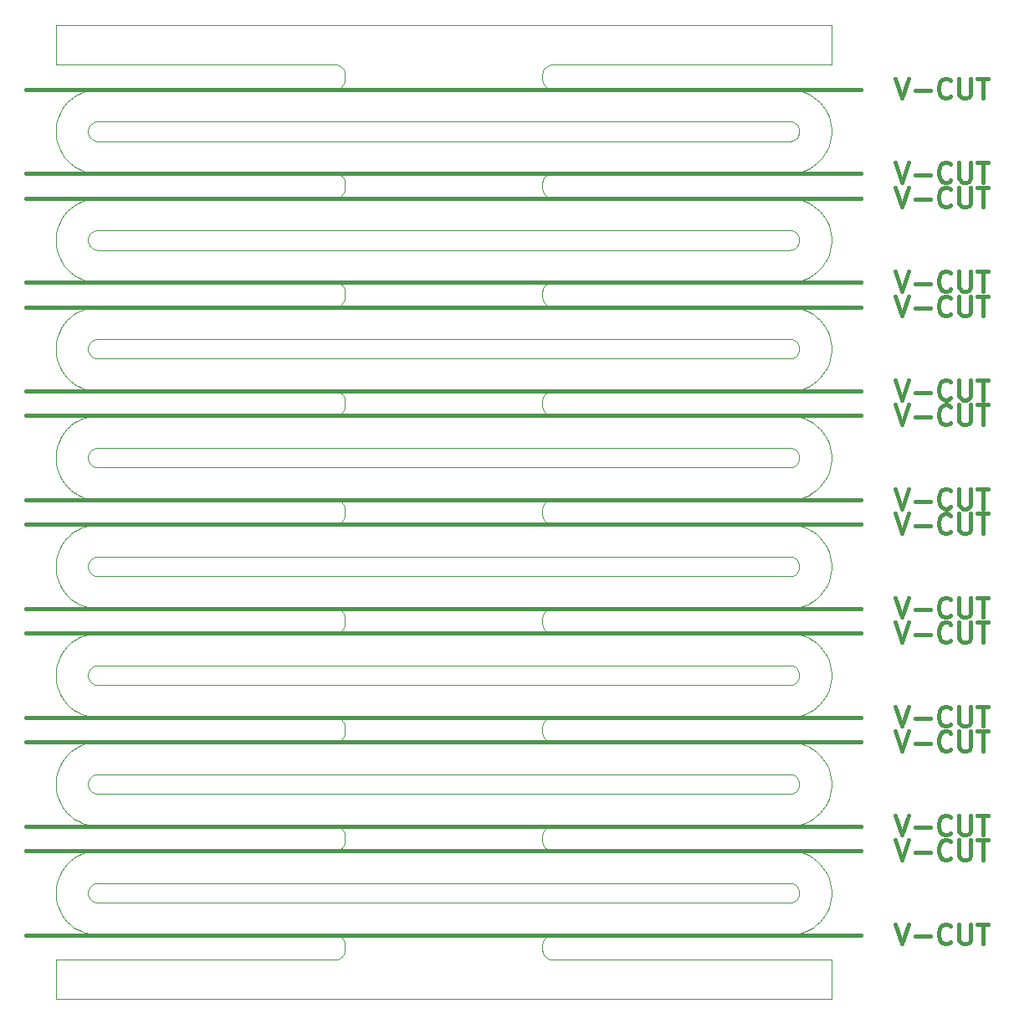
<source format=gbr>
G04 #@! TF.GenerationSoftware,KiCad,Pcbnew,5.1.5+dfsg1-2build2*
G04 #@! TF.CreationDate,2021-10-10T04:01:19+00:00*
G04 #@! TF.ProjectId,bobbin_top_3.5,626f6262-696e-45f7-946f-705f332e352e,rev?*
G04 #@! TF.SameCoordinates,Original*
G04 #@! TF.FileFunction,Other,Comment*
%FSLAX46Y46*%
G04 Gerber Fmt 4.6, Leading zero omitted, Abs format (unit mm)*
G04 Created by KiCad (PCBNEW 5.1.5+dfsg1-2build2) date 2021-10-10 04:01:19*
%MOMM*%
%LPD*%
G04 APERTURE LIST*
%ADD10C,0.400000*%
G04 #@! TA.AperFunction,Profile*
%ADD11C,0.100000*%
G04 #@! TD*
G04 APERTURE END LIST*
D10*
X134946021Y-112404761D02*
X135612687Y-114404761D01*
X136279354Y-112404761D01*
X136946021Y-113642857D02*
X138469830Y-113642857D01*
X140565068Y-114214285D02*
X140469830Y-114309523D01*
X140184116Y-114404761D01*
X139993640Y-114404761D01*
X139707925Y-114309523D01*
X139517449Y-114119047D01*
X139422211Y-113928571D01*
X139326973Y-113547619D01*
X139326973Y-113261904D01*
X139422211Y-112880952D01*
X139517449Y-112690476D01*
X139707925Y-112500000D01*
X139993640Y-112404761D01*
X140184116Y-112404761D01*
X140469830Y-112500000D01*
X140565068Y-112595238D01*
X141422211Y-112404761D02*
X141422211Y-114023809D01*
X141517449Y-114214285D01*
X141612687Y-114309523D01*
X141803164Y-114404761D01*
X142184116Y-114404761D01*
X142374592Y-114309523D01*
X142469830Y-114214285D01*
X142565068Y-114023809D01*
X142565068Y-112404761D01*
X143231735Y-112404761D02*
X144374592Y-112404761D01*
X143803164Y-114404761D02*
X143803164Y-112404761D01*
X47004455Y-113500000D02*
X131495545Y-113500000D01*
X134946021Y-123404761D02*
X135612687Y-125404761D01*
X136279354Y-123404761D01*
X136946021Y-124642857D02*
X138469830Y-124642857D01*
X140565068Y-125214285D02*
X140469830Y-125309523D01*
X140184116Y-125404761D01*
X139993640Y-125404761D01*
X139707925Y-125309523D01*
X139517449Y-125119047D01*
X139422211Y-124928571D01*
X139326973Y-124547619D01*
X139326973Y-124261904D01*
X139422211Y-123880952D01*
X139517449Y-123690476D01*
X139707925Y-123500000D01*
X139993640Y-123404761D01*
X140184116Y-123404761D01*
X140469830Y-123500000D01*
X140565068Y-123595238D01*
X141422211Y-123404761D02*
X141422211Y-125023809D01*
X141517449Y-125214285D01*
X141612687Y-125309523D01*
X141803164Y-125404761D01*
X142184116Y-125404761D01*
X142374592Y-125309523D01*
X142469830Y-125214285D01*
X142565068Y-125023809D01*
X142565068Y-123404761D01*
X143231735Y-123404761D02*
X144374592Y-123404761D01*
X143803164Y-125404761D02*
X143803164Y-123404761D01*
X47004455Y-124500000D02*
X131495545Y-124500000D01*
X134946021Y-125904761D02*
X135612687Y-127904761D01*
X136279354Y-125904761D01*
X136946021Y-127142857D02*
X138469830Y-127142857D01*
X140565068Y-127714285D02*
X140469830Y-127809523D01*
X140184116Y-127904761D01*
X139993640Y-127904761D01*
X139707925Y-127809523D01*
X139517449Y-127619047D01*
X139422211Y-127428571D01*
X139326973Y-127047619D01*
X139326973Y-126761904D01*
X139422211Y-126380952D01*
X139517449Y-126190476D01*
X139707925Y-126000000D01*
X139993640Y-125904761D01*
X140184116Y-125904761D01*
X140469830Y-126000000D01*
X140565068Y-126095238D01*
X141422211Y-125904761D02*
X141422211Y-127523809D01*
X141517449Y-127714285D01*
X141612687Y-127809523D01*
X141803164Y-127904761D01*
X142184116Y-127904761D01*
X142374592Y-127809523D01*
X142469830Y-127714285D01*
X142565068Y-127523809D01*
X142565068Y-125904761D01*
X143231735Y-125904761D02*
X144374592Y-125904761D01*
X143803164Y-127904761D02*
X143803164Y-125904761D01*
X47004455Y-127000000D02*
X131495545Y-127000000D01*
X134946021Y-134404761D02*
X135612687Y-136404761D01*
X136279354Y-134404761D01*
X136946021Y-135642857D02*
X138469830Y-135642857D01*
X140565068Y-136214285D02*
X140469830Y-136309523D01*
X140184116Y-136404761D01*
X139993640Y-136404761D01*
X139707925Y-136309523D01*
X139517449Y-136119047D01*
X139422211Y-135928571D01*
X139326973Y-135547619D01*
X139326973Y-135261904D01*
X139422211Y-134880952D01*
X139517449Y-134690476D01*
X139707925Y-134500000D01*
X139993640Y-134404761D01*
X140184116Y-134404761D01*
X140469830Y-134500000D01*
X140565068Y-134595238D01*
X141422211Y-134404761D02*
X141422211Y-136023809D01*
X141517449Y-136214285D01*
X141612687Y-136309523D01*
X141803164Y-136404761D01*
X142184116Y-136404761D01*
X142374592Y-136309523D01*
X142469830Y-136214285D01*
X142565068Y-136023809D01*
X142565068Y-134404761D01*
X143231735Y-134404761D02*
X144374592Y-134404761D01*
X143803164Y-136404761D02*
X143803164Y-134404761D01*
X47004455Y-135500000D02*
X131495545Y-135500000D01*
X134946021Y-114904761D02*
X135612687Y-116904761D01*
X136279354Y-114904761D01*
X136946021Y-116142857D02*
X138469830Y-116142857D01*
X140565068Y-116714285D02*
X140469830Y-116809523D01*
X140184116Y-116904761D01*
X139993640Y-116904761D01*
X139707925Y-116809523D01*
X139517449Y-116619047D01*
X139422211Y-116428571D01*
X139326973Y-116047619D01*
X139326973Y-115761904D01*
X139422211Y-115380952D01*
X139517449Y-115190476D01*
X139707925Y-115000000D01*
X139993640Y-114904761D01*
X140184116Y-114904761D01*
X140469830Y-115000000D01*
X140565068Y-115095238D01*
X141422211Y-114904761D02*
X141422211Y-116523809D01*
X141517449Y-116714285D01*
X141612687Y-116809523D01*
X141803164Y-116904761D01*
X142184116Y-116904761D01*
X142374592Y-116809523D01*
X142469830Y-116714285D01*
X142565068Y-116523809D01*
X142565068Y-114904761D01*
X143231735Y-114904761D02*
X144374592Y-114904761D01*
X143803164Y-116904761D02*
X143803164Y-114904761D01*
X47004455Y-116000000D02*
X131495545Y-116000000D01*
X134946021Y-103904761D02*
X135612687Y-105904761D01*
X136279354Y-103904761D01*
X136946021Y-105142857D02*
X138469830Y-105142857D01*
X140565068Y-105714285D02*
X140469830Y-105809523D01*
X140184116Y-105904761D01*
X139993640Y-105904761D01*
X139707925Y-105809523D01*
X139517449Y-105619047D01*
X139422211Y-105428571D01*
X139326973Y-105047619D01*
X139326973Y-104761904D01*
X139422211Y-104380952D01*
X139517449Y-104190476D01*
X139707925Y-104000000D01*
X139993640Y-103904761D01*
X140184116Y-103904761D01*
X140469830Y-104000000D01*
X140565068Y-104095238D01*
X141422211Y-103904761D02*
X141422211Y-105523809D01*
X141517449Y-105714285D01*
X141612687Y-105809523D01*
X141803164Y-105904761D01*
X142184116Y-105904761D01*
X142374592Y-105809523D01*
X142469830Y-105714285D01*
X142565068Y-105523809D01*
X142565068Y-103904761D01*
X143231735Y-103904761D02*
X144374592Y-103904761D01*
X143803164Y-105904761D02*
X143803164Y-103904761D01*
X47004455Y-105000000D02*
X131495545Y-105000000D01*
X134946021Y-101404761D02*
X135612687Y-103404761D01*
X136279354Y-101404761D01*
X136946021Y-102642857D02*
X138469830Y-102642857D01*
X140565068Y-103214285D02*
X140469830Y-103309523D01*
X140184116Y-103404761D01*
X139993640Y-103404761D01*
X139707925Y-103309523D01*
X139517449Y-103119047D01*
X139422211Y-102928571D01*
X139326973Y-102547619D01*
X139326973Y-102261904D01*
X139422211Y-101880952D01*
X139517449Y-101690476D01*
X139707925Y-101500000D01*
X139993640Y-101404761D01*
X140184116Y-101404761D01*
X140469830Y-101500000D01*
X140565068Y-101595238D01*
X141422211Y-101404761D02*
X141422211Y-103023809D01*
X141517449Y-103214285D01*
X141612687Y-103309523D01*
X141803164Y-103404761D01*
X142184116Y-103404761D01*
X142374592Y-103309523D01*
X142469830Y-103214285D01*
X142565068Y-103023809D01*
X142565068Y-101404761D01*
X143231735Y-101404761D02*
X144374592Y-101404761D01*
X143803164Y-103404761D02*
X143803164Y-101404761D01*
X47004455Y-102500000D02*
X131495545Y-102500000D01*
X134946021Y-92904761D02*
X135612687Y-94904761D01*
X136279354Y-92904761D01*
X136946021Y-94142857D02*
X138469830Y-94142857D01*
X140565068Y-94714285D02*
X140469830Y-94809523D01*
X140184116Y-94904761D01*
X139993640Y-94904761D01*
X139707925Y-94809523D01*
X139517449Y-94619047D01*
X139422211Y-94428571D01*
X139326973Y-94047619D01*
X139326973Y-93761904D01*
X139422211Y-93380952D01*
X139517449Y-93190476D01*
X139707925Y-93000000D01*
X139993640Y-92904761D01*
X140184116Y-92904761D01*
X140469830Y-93000000D01*
X140565068Y-93095238D01*
X141422211Y-92904761D02*
X141422211Y-94523809D01*
X141517449Y-94714285D01*
X141612687Y-94809523D01*
X141803164Y-94904761D01*
X142184116Y-94904761D01*
X142374592Y-94809523D01*
X142469830Y-94714285D01*
X142565068Y-94523809D01*
X142565068Y-92904761D01*
X143231735Y-92904761D02*
X144374592Y-92904761D01*
X143803164Y-94904761D02*
X143803164Y-92904761D01*
X47004455Y-94000000D02*
X131495545Y-94000000D01*
X134946021Y-90404761D02*
X135612687Y-92404761D01*
X136279354Y-90404761D01*
X136946021Y-91642857D02*
X138469830Y-91642857D01*
X140565068Y-92214285D02*
X140469830Y-92309523D01*
X140184116Y-92404761D01*
X139993640Y-92404761D01*
X139707925Y-92309523D01*
X139517449Y-92119047D01*
X139422211Y-91928571D01*
X139326973Y-91547619D01*
X139326973Y-91261904D01*
X139422211Y-90880952D01*
X139517449Y-90690476D01*
X139707925Y-90500000D01*
X139993640Y-90404761D01*
X140184116Y-90404761D01*
X140469830Y-90500000D01*
X140565068Y-90595238D01*
X141422211Y-90404761D02*
X141422211Y-92023809D01*
X141517449Y-92214285D01*
X141612687Y-92309523D01*
X141803164Y-92404761D01*
X142184116Y-92404761D01*
X142374592Y-92309523D01*
X142469830Y-92214285D01*
X142565068Y-92023809D01*
X142565068Y-90404761D01*
X143231735Y-90404761D02*
X144374592Y-90404761D01*
X143803164Y-92404761D02*
X143803164Y-90404761D01*
X47004455Y-91500000D02*
X131495545Y-91500000D01*
X134946021Y-81904761D02*
X135612687Y-83904761D01*
X136279354Y-81904761D01*
X136946021Y-83142857D02*
X138469830Y-83142857D01*
X140565068Y-83714285D02*
X140469830Y-83809523D01*
X140184116Y-83904761D01*
X139993640Y-83904761D01*
X139707925Y-83809523D01*
X139517449Y-83619047D01*
X139422211Y-83428571D01*
X139326973Y-83047619D01*
X139326973Y-82761904D01*
X139422211Y-82380952D01*
X139517449Y-82190476D01*
X139707925Y-82000000D01*
X139993640Y-81904761D01*
X140184116Y-81904761D01*
X140469830Y-82000000D01*
X140565068Y-82095238D01*
X141422211Y-81904761D02*
X141422211Y-83523809D01*
X141517449Y-83714285D01*
X141612687Y-83809523D01*
X141803164Y-83904761D01*
X142184116Y-83904761D01*
X142374592Y-83809523D01*
X142469830Y-83714285D01*
X142565068Y-83523809D01*
X142565068Y-81904761D01*
X143231735Y-81904761D02*
X144374592Y-81904761D01*
X143803164Y-83904761D02*
X143803164Y-81904761D01*
X47004455Y-83000000D02*
X131495545Y-83000000D01*
X134946021Y-79404761D02*
X135612687Y-81404761D01*
X136279354Y-79404761D01*
X136946021Y-80642857D02*
X138469830Y-80642857D01*
X140565068Y-81214285D02*
X140469830Y-81309523D01*
X140184116Y-81404761D01*
X139993640Y-81404761D01*
X139707925Y-81309523D01*
X139517449Y-81119047D01*
X139422211Y-80928571D01*
X139326973Y-80547619D01*
X139326973Y-80261904D01*
X139422211Y-79880952D01*
X139517449Y-79690476D01*
X139707925Y-79500000D01*
X139993640Y-79404761D01*
X140184116Y-79404761D01*
X140469830Y-79500000D01*
X140565068Y-79595238D01*
X141422211Y-79404761D02*
X141422211Y-81023809D01*
X141517449Y-81214285D01*
X141612687Y-81309523D01*
X141803164Y-81404761D01*
X142184116Y-81404761D01*
X142374592Y-81309523D01*
X142469830Y-81214285D01*
X142565068Y-81023809D01*
X142565068Y-79404761D01*
X143231735Y-79404761D02*
X144374592Y-79404761D01*
X143803164Y-81404761D02*
X143803164Y-79404761D01*
X47004455Y-80500000D02*
X131495545Y-80500000D01*
X134946021Y-57404761D02*
X135612687Y-59404761D01*
X136279354Y-57404761D01*
X136946021Y-58642857D02*
X138469830Y-58642857D01*
X140565068Y-59214285D02*
X140469830Y-59309523D01*
X140184116Y-59404761D01*
X139993640Y-59404761D01*
X139707925Y-59309523D01*
X139517449Y-59119047D01*
X139422211Y-58928571D01*
X139326973Y-58547619D01*
X139326973Y-58261904D01*
X139422211Y-57880952D01*
X139517449Y-57690476D01*
X139707925Y-57500000D01*
X139993640Y-57404761D01*
X140184116Y-57404761D01*
X140469830Y-57500000D01*
X140565068Y-57595238D01*
X141422211Y-57404761D02*
X141422211Y-59023809D01*
X141517449Y-59214285D01*
X141612687Y-59309523D01*
X141803164Y-59404761D01*
X142184116Y-59404761D01*
X142374592Y-59309523D01*
X142469830Y-59214285D01*
X142565068Y-59023809D01*
X142565068Y-57404761D01*
X143231735Y-57404761D02*
X144374592Y-57404761D01*
X143803164Y-59404761D02*
X143803164Y-57404761D01*
X47004455Y-58500000D02*
X131495545Y-58500000D01*
X134946021Y-68404761D02*
X135612687Y-70404761D01*
X136279354Y-68404761D01*
X136946021Y-69642857D02*
X138469830Y-69642857D01*
X140565068Y-70214285D02*
X140469830Y-70309523D01*
X140184116Y-70404761D01*
X139993640Y-70404761D01*
X139707925Y-70309523D01*
X139517449Y-70119047D01*
X139422211Y-69928571D01*
X139326973Y-69547619D01*
X139326973Y-69261904D01*
X139422211Y-68880952D01*
X139517449Y-68690476D01*
X139707925Y-68500000D01*
X139993640Y-68404761D01*
X140184116Y-68404761D01*
X140469830Y-68500000D01*
X140565068Y-68595238D01*
X141422211Y-68404761D02*
X141422211Y-70023809D01*
X141517449Y-70214285D01*
X141612687Y-70309523D01*
X141803164Y-70404761D01*
X142184116Y-70404761D01*
X142374592Y-70309523D01*
X142469830Y-70214285D01*
X142565068Y-70023809D01*
X142565068Y-68404761D01*
X143231735Y-68404761D02*
X144374592Y-68404761D01*
X143803164Y-70404761D02*
X143803164Y-68404761D01*
X47004455Y-69500000D02*
X131495545Y-69500000D01*
X134946021Y-59904761D02*
X135612687Y-61904761D01*
X136279354Y-59904761D01*
X136946021Y-61142857D02*
X138469830Y-61142857D01*
X140565068Y-61714285D02*
X140469830Y-61809523D01*
X140184116Y-61904761D01*
X139993640Y-61904761D01*
X139707925Y-61809523D01*
X139517449Y-61619047D01*
X139422211Y-61428571D01*
X139326973Y-61047619D01*
X139326973Y-60761904D01*
X139422211Y-60380952D01*
X139517449Y-60190476D01*
X139707925Y-60000000D01*
X139993640Y-59904761D01*
X140184116Y-59904761D01*
X140469830Y-60000000D01*
X140565068Y-60095238D01*
X141422211Y-59904761D02*
X141422211Y-61523809D01*
X141517449Y-61714285D01*
X141612687Y-61809523D01*
X141803164Y-61904761D01*
X142184116Y-61904761D01*
X142374592Y-61809523D01*
X142469830Y-61714285D01*
X142565068Y-61523809D01*
X142565068Y-59904761D01*
X143231735Y-59904761D02*
X144374592Y-59904761D01*
X143803164Y-61904761D02*
X143803164Y-59904761D01*
X47004455Y-61000000D02*
X131495545Y-61000000D01*
X134946021Y-70904761D02*
X135612687Y-72904761D01*
X136279354Y-70904761D01*
X136946021Y-72142857D02*
X138469830Y-72142857D01*
X140565068Y-72714285D02*
X140469830Y-72809523D01*
X140184116Y-72904761D01*
X139993640Y-72904761D01*
X139707925Y-72809523D01*
X139517449Y-72619047D01*
X139422211Y-72428571D01*
X139326973Y-72047619D01*
X139326973Y-71761904D01*
X139422211Y-71380952D01*
X139517449Y-71190476D01*
X139707925Y-71000000D01*
X139993640Y-70904761D01*
X140184116Y-70904761D01*
X140469830Y-71000000D01*
X140565068Y-71095238D01*
X141422211Y-70904761D02*
X141422211Y-72523809D01*
X141517449Y-72714285D01*
X141612687Y-72809523D01*
X141803164Y-72904761D01*
X142184116Y-72904761D01*
X142374592Y-72809523D01*
X142469830Y-72714285D01*
X142565068Y-72523809D01*
X142565068Y-70904761D01*
X143231735Y-70904761D02*
X144374592Y-70904761D01*
X143803164Y-72904761D02*
X143803164Y-70904761D01*
X47004455Y-72000000D02*
X131495545Y-72000000D01*
X134946021Y-48904761D02*
X135612687Y-50904761D01*
X136279354Y-48904761D01*
X136946021Y-50142857D02*
X138469830Y-50142857D01*
X140565068Y-50714285D02*
X140469830Y-50809523D01*
X140184116Y-50904761D01*
X139993640Y-50904761D01*
X139707925Y-50809523D01*
X139517449Y-50619047D01*
X139422211Y-50428571D01*
X139326973Y-50047619D01*
X139326973Y-49761904D01*
X139422211Y-49380952D01*
X139517449Y-49190476D01*
X139707925Y-49000000D01*
X139993640Y-48904761D01*
X140184116Y-48904761D01*
X140469830Y-49000000D01*
X140565068Y-49095238D01*
X141422211Y-48904761D02*
X141422211Y-50523809D01*
X141517449Y-50714285D01*
X141612687Y-50809523D01*
X141803164Y-50904761D01*
X142184116Y-50904761D01*
X142374592Y-50809523D01*
X142469830Y-50714285D01*
X142565068Y-50523809D01*
X142565068Y-48904761D01*
X143231735Y-48904761D02*
X144374592Y-48904761D01*
X143803164Y-50904761D02*
X143803164Y-48904761D01*
X47004455Y-50000000D02*
X131495545Y-50000000D01*
D11*
X124499900Y-121216000D02*
X124401200Y-121236200D01*
X124596400Y-121185700D02*
X124499900Y-121216000D01*
X124689300Y-121145900D02*
X124596400Y-121185700D01*
X124777600Y-121096800D02*
X124689300Y-121145900D01*
X124860800Y-121038900D02*
X124777600Y-121096800D01*
X124937500Y-120973100D02*
X124860800Y-121038900D01*
X125007100Y-120899800D02*
X124937500Y-120973100D01*
X125069000Y-120819900D02*
X125007100Y-120899800D01*
X125122400Y-120734100D02*
X125069000Y-120819900D01*
X125166900Y-120643400D02*
X125122400Y-120734100D01*
X125202000Y-120548600D02*
X125166900Y-120643400D01*
X125227300Y-120450800D02*
X125202000Y-120548600D01*
X125242600Y-120350800D02*
X125227300Y-120450800D01*
X125247700Y-120249900D02*
X125242600Y-120350800D01*
X125242600Y-120149200D02*
X125247700Y-120249900D01*
X125227300Y-120049300D02*
X125242600Y-120149200D01*
X125202000Y-119951500D02*
X125227300Y-120049300D01*
X125166900Y-119856700D02*
X125202000Y-119951500D01*
X125122400Y-119766000D02*
X125166900Y-119856700D01*
X125069000Y-119680200D02*
X125122400Y-119766000D01*
X125007100Y-119600300D02*
X125069000Y-119680200D01*
X124937300Y-119526800D02*
X125007100Y-119600300D01*
X124860600Y-119461000D02*
X124937300Y-119526800D01*
X124777600Y-119403300D02*
X124860600Y-119461000D01*
X124689300Y-119354200D02*
X124777600Y-119403300D01*
X124596600Y-119314500D02*
X124689300Y-119354200D01*
X124500200Y-119284200D02*
X124596600Y-119314500D01*
X124401200Y-119263900D02*
X124500200Y-119284200D01*
X124300700Y-119253600D02*
X124401200Y-119263900D01*
X124224800Y-119251000D02*
X124300700Y-119253600D01*
X54275500Y-119251000D02*
X124224800Y-119251000D01*
X54199100Y-119253600D02*
X54275500Y-119251000D01*
X54098800Y-119263900D02*
X54199100Y-119253600D01*
X53999800Y-119284200D02*
X54098800Y-119263900D01*
X53903400Y-119314500D02*
X53999800Y-119284200D01*
X53810500Y-119354400D02*
X53903400Y-119314500D01*
X53722100Y-119403400D02*
X53810500Y-119354400D01*
X53639200Y-119461200D02*
X53722100Y-119403400D01*
X53562500Y-119527000D02*
X53639200Y-119461200D01*
X53492900Y-119600300D02*
X53562500Y-119527000D01*
X53431000Y-119680200D02*
X53492900Y-119600300D01*
X53377600Y-119766000D02*
X53431000Y-119680200D01*
X53333100Y-119856700D02*
X53377600Y-119766000D01*
X53298100Y-119951200D02*
X53333100Y-119856700D01*
X53272700Y-120049100D02*
X53298100Y-119951200D01*
X53257400Y-120149000D02*
X53272700Y-120049100D01*
X53252300Y-120249900D02*
X53257400Y-120149000D01*
X53257400Y-120350800D02*
X53252300Y-120249900D01*
X53272700Y-120450800D02*
X53257400Y-120350800D01*
X53298000Y-120548600D02*
X53272700Y-120450800D01*
X53333100Y-120643400D02*
X53298000Y-120548600D01*
X53377600Y-120734100D02*
X53333100Y-120643400D01*
X53431000Y-120819900D02*
X53377600Y-120734100D01*
X53492900Y-120899800D02*
X53431000Y-120819900D01*
X53562500Y-120973100D02*
X53492900Y-120899800D01*
X53639200Y-121038900D02*
X53562500Y-120973100D01*
X53722100Y-121096700D02*
X53639200Y-121038900D01*
X53810500Y-121145700D02*
X53722100Y-121096700D01*
X53903400Y-121185600D02*
X53810500Y-121145700D01*
X53999800Y-121215900D02*
X53903400Y-121185600D01*
X54098800Y-121236200D02*
X53999800Y-121215900D01*
X54199300Y-121246500D02*
X54098800Y-121236200D01*
X54275200Y-121249000D02*
X54199300Y-121246500D01*
X124225000Y-121249000D02*
X54275200Y-121249000D01*
X124300400Y-121246500D02*
X124225000Y-121249000D01*
X124401200Y-121236200D02*
X124300400Y-121246500D01*
X124499900Y-110215900D02*
X124401100Y-110236200D01*
X124596400Y-110185700D02*
X124499900Y-110215900D01*
X124689300Y-110145900D02*
X124596400Y-110185700D01*
X124777600Y-110096800D02*
X124689300Y-110145900D01*
X124860800Y-110038900D02*
X124777600Y-110096800D01*
X124937500Y-109973100D02*
X124860800Y-110038900D01*
X125007100Y-109899800D02*
X124937500Y-109973100D01*
X125069000Y-109819900D02*
X125007100Y-109899800D01*
X125122400Y-109734100D02*
X125069000Y-109819900D01*
X125166900Y-109643400D02*
X125122400Y-109734100D01*
X125202000Y-109548600D02*
X125166900Y-109643400D01*
X125227300Y-109450700D02*
X125202000Y-109548600D01*
X125242600Y-109350800D02*
X125227300Y-109450700D01*
X125247700Y-109249900D02*
X125242600Y-109350800D01*
X125242600Y-109149200D02*
X125247700Y-109249900D01*
X125227300Y-109049300D02*
X125242600Y-109149200D01*
X125202000Y-108951500D02*
X125227300Y-109049300D01*
X125166900Y-108856700D02*
X125202000Y-108951500D01*
X125122400Y-108766000D02*
X125166900Y-108856700D01*
X125069000Y-108680200D02*
X125122400Y-108766000D01*
X125007100Y-108600300D02*
X125069000Y-108680200D01*
X124937300Y-108526800D02*
X125007100Y-108600300D01*
X124860600Y-108461000D02*
X124937300Y-108526800D01*
X124777600Y-108403300D02*
X124860600Y-108461000D01*
X124689300Y-108354200D02*
X124777600Y-108403300D01*
X124596600Y-108314500D02*
X124689300Y-108354200D01*
X124500200Y-108284200D02*
X124596600Y-108314500D01*
X124401200Y-108263900D02*
X124500200Y-108284200D01*
X124300700Y-108253600D02*
X124401200Y-108263900D01*
X124224800Y-108251000D02*
X124300700Y-108253600D01*
X54275400Y-108251000D02*
X124224800Y-108251000D01*
X54199100Y-108253600D02*
X54275400Y-108251000D01*
X54098800Y-108263900D02*
X54199100Y-108253600D01*
X53999800Y-108284200D02*
X54098800Y-108263900D01*
X53903400Y-108314500D02*
X53999800Y-108284200D01*
X53810500Y-108354300D02*
X53903400Y-108314500D01*
X53722100Y-108403400D02*
X53810500Y-108354300D01*
X53639200Y-108461200D02*
X53722100Y-108403400D01*
X53562500Y-108527000D02*
X53639200Y-108461200D01*
X53492900Y-108600300D02*
X53562500Y-108527000D01*
X53431000Y-108680200D02*
X53492900Y-108600300D01*
X53377600Y-108766000D02*
X53431000Y-108680200D01*
X53333100Y-108856700D02*
X53377600Y-108766000D01*
X53298100Y-108951200D02*
X53333100Y-108856700D01*
X53272700Y-109049100D02*
X53298100Y-108951200D01*
X53257400Y-109149000D02*
X53272700Y-109049100D01*
X53252300Y-109249900D02*
X53257400Y-109149000D01*
X53257400Y-109350800D02*
X53252300Y-109249900D01*
X53272700Y-109450700D02*
X53257400Y-109350800D01*
X53298000Y-109548600D02*
X53272700Y-109450700D01*
X53333100Y-109643400D02*
X53298000Y-109548600D01*
X53377600Y-109734100D02*
X53333100Y-109643400D01*
X53431000Y-109819900D02*
X53377600Y-109734100D01*
X53492900Y-109899800D02*
X53431000Y-109819900D01*
X53562500Y-109973100D02*
X53492900Y-109899800D01*
X53639200Y-110038900D02*
X53562500Y-109973100D01*
X53722100Y-110096700D02*
X53639200Y-110038900D01*
X53810500Y-110145700D02*
X53722100Y-110096700D01*
X53903400Y-110185600D02*
X53810500Y-110145700D01*
X53999800Y-110215900D02*
X53903400Y-110185600D01*
X54098800Y-110236200D02*
X53999800Y-110215900D01*
X54199300Y-110246500D02*
X54098800Y-110236200D01*
X54275200Y-110249000D02*
X54199300Y-110246500D01*
X124225000Y-110249000D02*
X54275200Y-110249000D01*
X124300500Y-110246500D02*
X124225000Y-110249000D01*
X124401100Y-110236200D02*
X124300500Y-110246500D01*
X124499900Y-99215900D02*
X124401100Y-99236200D01*
X124596400Y-99185700D02*
X124499900Y-99215900D01*
X124689300Y-99145800D02*
X124596400Y-99185700D01*
X124777600Y-99096800D02*
X124689300Y-99145800D01*
X124860800Y-99038900D02*
X124777600Y-99096800D01*
X124937500Y-98973100D02*
X124860800Y-99038900D01*
X125007100Y-98899800D02*
X124937500Y-98973100D01*
X125069000Y-98819900D02*
X125007100Y-98899800D01*
X125122400Y-98734100D02*
X125069000Y-98819900D01*
X125166900Y-98643400D02*
X125122400Y-98734100D01*
X125202000Y-98548600D02*
X125166900Y-98643400D01*
X125227300Y-98450700D02*
X125202000Y-98548600D01*
X125242600Y-98350800D02*
X125227300Y-98450700D01*
X125247700Y-98249900D02*
X125242600Y-98350800D01*
X125242600Y-98149200D02*
X125247700Y-98249900D01*
X125227300Y-98049300D02*
X125242600Y-98149200D01*
X125202000Y-97951500D02*
X125227300Y-98049300D01*
X125166900Y-97856700D02*
X125202000Y-97951500D01*
X125122400Y-97766000D02*
X125166900Y-97856700D01*
X125069000Y-97680200D02*
X125122400Y-97766000D01*
X125007100Y-97600300D02*
X125069000Y-97680200D01*
X124937300Y-97526800D02*
X125007100Y-97600300D01*
X124860600Y-97461000D02*
X124937300Y-97526800D01*
X124777600Y-97403300D02*
X124860600Y-97461000D01*
X124689300Y-97354200D02*
X124777600Y-97403300D01*
X124596600Y-97314500D02*
X124689300Y-97354200D01*
X124500200Y-97284200D02*
X124596600Y-97314500D01*
X124401200Y-97263800D02*
X124500200Y-97284200D01*
X124300700Y-97253600D02*
X124401200Y-97263800D01*
X124224800Y-97251000D02*
X124300700Y-97253600D01*
X54275400Y-97251000D02*
X124224800Y-97251000D01*
X54199200Y-97253600D02*
X54275400Y-97251000D01*
X54098800Y-97263800D02*
X54199200Y-97253600D01*
X53999800Y-97284200D02*
X54098800Y-97263800D01*
X53903400Y-97314500D02*
X53999800Y-97284200D01*
X53810500Y-97354300D02*
X53903400Y-97314500D01*
X53722100Y-97403400D02*
X53810500Y-97354300D01*
X53639200Y-97461100D02*
X53722100Y-97403400D01*
X53562500Y-97527000D02*
X53639200Y-97461100D01*
X53492900Y-97600300D02*
X53562500Y-97527000D01*
X53431000Y-97680200D02*
X53492900Y-97600300D01*
X53377600Y-97766000D02*
X53431000Y-97680200D01*
X53333100Y-97856700D02*
X53377600Y-97766000D01*
X53298100Y-97951200D02*
X53333100Y-97856700D01*
X53272700Y-98049100D02*
X53298100Y-97951200D01*
X53257400Y-98149000D02*
X53272700Y-98049100D01*
X53252300Y-98249900D02*
X53257400Y-98149000D01*
X53257400Y-98350800D02*
X53252300Y-98249900D01*
X53272700Y-98450700D02*
X53257400Y-98350800D01*
X53298000Y-98548600D02*
X53272700Y-98450700D01*
X53333100Y-98643400D02*
X53298000Y-98548600D01*
X53377600Y-98734100D02*
X53333100Y-98643400D01*
X53431000Y-98819900D02*
X53377600Y-98734100D01*
X53492900Y-98899800D02*
X53431000Y-98819900D01*
X53562500Y-98973100D02*
X53492900Y-98899800D01*
X53639200Y-99038900D02*
X53562500Y-98973100D01*
X53722100Y-99096700D02*
X53639200Y-99038900D01*
X53810500Y-99145700D02*
X53722100Y-99096700D01*
X53903400Y-99185600D02*
X53810500Y-99145700D01*
X53999800Y-99215900D02*
X53903400Y-99185600D01*
X54098800Y-99236200D02*
X53999800Y-99215900D01*
X54199300Y-99246500D02*
X54098800Y-99236200D01*
X54275200Y-99249000D02*
X54199300Y-99246500D01*
X124224900Y-99249000D02*
X54275200Y-99249000D01*
X124300500Y-99246500D02*
X124224900Y-99249000D01*
X124401100Y-99236200D02*
X124300500Y-99246500D01*
X124499900Y-88215900D02*
X124401100Y-88236200D01*
X124596400Y-88185700D02*
X124499900Y-88215900D01*
X124689300Y-88145800D02*
X124596400Y-88185700D01*
X124777600Y-88096800D02*
X124689300Y-88145800D01*
X124860800Y-88038900D02*
X124777600Y-88096800D01*
X124937500Y-87973100D02*
X124860800Y-88038900D01*
X125007100Y-87899800D02*
X124937500Y-87973100D01*
X125069000Y-87819900D02*
X125007100Y-87899800D01*
X125122400Y-87734100D02*
X125069000Y-87819900D01*
X125166900Y-87643400D02*
X125122400Y-87734100D01*
X125202000Y-87548600D02*
X125166900Y-87643400D01*
X125227300Y-87450700D02*
X125202000Y-87548600D01*
X125242600Y-87350800D02*
X125227300Y-87450700D01*
X125247700Y-87249900D02*
X125242600Y-87350800D01*
X125242600Y-87149200D02*
X125247700Y-87249900D01*
X125227300Y-87049300D02*
X125242600Y-87149200D01*
X125202000Y-86951500D02*
X125227300Y-87049300D01*
X125166900Y-86856700D02*
X125202000Y-86951500D01*
X125122400Y-86766000D02*
X125166900Y-86856700D01*
X125069000Y-86680200D02*
X125122400Y-86766000D01*
X125007100Y-86600200D02*
X125069000Y-86680200D01*
X124937300Y-86526800D02*
X125007100Y-86600200D01*
X124860600Y-86461000D02*
X124937300Y-86526800D01*
X124777600Y-86403200D02*
X124860600Y-86461000D01*
X124689300Y-86354200D02*
X124777600Y-86403200D01*
X124596600Y-86314500D02*
X124689300Y-86354200D01*
X124500200Y-86284200D02*
X124596600Y-86314500D01*
X124401200Y-86263800D02*
X124500200Y-86284200D01*
X124300700Y-86253600D02*
X124401200Y-86263800D01*
X124224800Y-86251000D02*
X124300700Y-86253600D01*
X54275400Y-86251000D02*
X124224800Y-86251000D01*
X54199200Y-86253600D02*
X54275400Y-86251000D01*
X54098800Y-86263800D02*
X54199200Y-86253600D01*
X53999800Y-86284200D02*
X54098800Y-86263800D01*
X53903400Y-86314500D02*
X53999800Y-86284200D01*
X53810500Y-86354300D02*
X53903400Y-86314500D01*
X53722100Y-86403400D02*
X53810500Y-86354300D01*
X53639200Y-86461100D02*
X53722100Y-86403400D01*
X53562500Y-86527000D02*
X53639200Y-86461100D01*
X53492900Y-86600200D02*
X53562500Y-86527000D01*
X53431000Y-86680200D02*
X53492900Y-86600200D01*
X53377600Y-86766000D02*
X53431000Y-86680200D01*
X53333100Y-86856700D02*
X53377600Y-86766000D01*
X53298100Y-86951200D02*
X53333100Y-86856700D01*
X53272700Y-87049100D02*
X53298100Y-86951200D01*
X53257400Y-87149000D02*
X53272700Y-87049100D01*
X53252300Y-87249900D02*
X53257400Y-87149000D01*
X53257400Y-87350800D02*
X53252300Y-87249900D01*
X53272700Y-87450700D02*
X53257400Y-87350800D01*
X53298000Y-87548600D02*
X53272700Y-87450700D01*
X53333100Y-87643400D02*
X53298000Y-87548600D01*
X53377600Y-87734100D02*
X53333100Y-87643400D01*
X53431000Y-87819900D02*
X53377600Y-87734100D01*
X53492900Y-87899800D02*
X53431000Y-87819900D01*
X53562500Y-87973100D02*
X53492900Y-87899800D01*
X53639200Y-88038900D02*
X53562500Y-87973100D01*
X53722100Y-88096700D02*
X53639200Y-88038900D01*
X53810500Y-88145700D02*
X53722100Y-88096700D01*
X53903400Y-88185600D02*
X53810500Y-88145700D01*
X53999800Y-88215900D02*
X53903400Y-88185600D01*
X54098800Y-88236200D02*
X53999800Y-88215900D01*
X54199300Y-88246500D02*
X54098800Y-88236200D01*
X54275200Y-88249000D02*
X54199300Y-88246500D01*
X124224900Y-88249000D02*
X54275200Y-88249000D01*
X124300500Y-88246400D02*
X124224900Y-88249000D01*
X124401100Y-88236200D02*
X124300500Y-88246400D01*
X124499900Y-77215900D02*
X124401000Y-77236200D01*
X124596400Y-77185700D02*
X124499900Y-77215900D01*
X124689300Y-77145800D02*
X124596400Y-77185700D01*
X124777600Y-77096800D02*
X124689300Y-77145800D01*
X124860800Y-77038900D02*
X124777600Y-77096800D01*
X124937500Y-76973100D02*
X124860800Y-77038900D01*
X125007100Y-76899800D02*
X124937500Y-76973100D01*
X125069000Y-76819900D02*
X125007100Y-76899800D01*
X125122400Y-76734100D02*
X125069000Y-76819900D01*
X125166900Y-76643300D02*
X125122400Y-76734100D01*
X125202000Y-76548600D02*
X125166900Y-76643300D01*
X125227300Y-76450700D02*
X125202000Y-76548600D01*
X125242600Y-76350800D02*
X125227300Y-76450700D01*
X125247700Y-76249900D02*
X125242600Y-76350800D01*
X125242600Y-76149200D02*
X125247700Y-76249900D01*
X125227300Y-76049300D02*
X125242600Y-76149200D01*
X125202000Y-75951500D02*
X125227300Y-76049300D01*
X125166900Y-75856700D02*
X125202000Y-75951500D01*
X125122400Y-75765900D02*
X125166900Y-75856700D01*
X125069000Y-75680200D02*
X125122400Y-75765900D01*
X125007100Y-75600200D02*
X125069000Y-75680200D01*
X124937300Y-75526800D02*
X125007100Y-75600200D01*
X124860600Y-75461000D02*
X124937300Y-75526800D01*
X124777600Y-75403200D02*
X124860600Y-75461000D01*
X124689300Y-75354200D02*
X124777600Y-75403200D01*
X124596600Y-75314500D02*
X124689300Y-75354200D01*
X124500200Y-75284200D02*
X124596600Y-75314500D01*
X124401200Y-75263800D02*
X124500200Y-75284200D01*
X124300700Y-75253600D02*
X124401200Y-75263800D01*
X124224800Y-75251000D02*
X124300700Y-75253600D01*
X54275300Y-75251000D02*
X124224800Y-75251000D01*
X54199200Y-75253600D02*
X54275300Y-75251000D01*
X54098800Y-75263800D02*
X54199200Y-75253600D01*
X53999800Y-75284200D02*
X54098800Y-75263800D01*
X53903400Y-75314500D02*
X53999800Y-75284200D01*
X53810500Y-75354300D02*
X53903400Y-75314500D01*
X53722100Y-75403400D02*
X53810500Y-75354300D01*
X53639200Y-75461100D02*
X53722100Y-75403400D01*
X53562500Y-75527000D02*
X53639200Y-75461100D01*
X53492900Y-75600200D02*
X53562500Y-75527000D01*
X53431000Y-75680200D02*
X53492900Y-75600200D01*
X53377600Y-75765900D02*
X53431000Y-75680200D01*
X53333100Y-75856700D02*
X53377600Y-75765900D01*
X53298100Y-75951200D02*
X53333100Y-75856700D01*
X53272700Y-76049000D02*
X53298100Y-75951200D01*
X53257400Y-76148900D02*
X53272700Y-76049000D01*
X53252300Y-76249900D02*
X53257400Y-76148900D01*
X53257400Y-76350800D02*
X53252300Y-76249900D01*
X53272700Y-76450700D02*
X53257400Y-76350800D01*
X53298000Y-76548600D02*
X53272700Y-76450700D01*
X53333100Y-76643300D02*
X53298000Y-76548600D01*
X53377600Y-76734100D02*
X53333100Y-76643300D01*
X53431000Y-76819900D02*
X53377600Y-76734100D01*
X53492900Y-76899800D02*
X53431000Y-76819900D01*
X53562500Y-76973100D02*
X53492900Y-76899800D01*
X53639200Y-77038900D02*
X53562500Y-76973100D01*
X53722100Y-77096700D02*
X53639200Y-77038900D01*
X53810500Y-77145700D02*
X53722100Y-77096700D01*
X53903400Y-77185600D02*
X53810500Y-77145700D01*
X53999800Y-77215800D02*
X53903400Y-77185600D01*
X54098800Y-77236200D02*
X53999800Y-77215800D01*
X54199300Y-77246400D02*
X54098800Y-77236200D01*
X54275200Y-77249000D02*
X54199300Y-77246400D01*
X124224800Y-77249000D02*
X54275200Y-77249000D01*
X124300600Y-77246400D02*
X124224800Y-77249000D01*
X124401000Y-77236200D02*
X124300600Y-77246400D01*
X124499900Y-66215900D02*
X124401000Y-66236200D01*
X124596400Y-66185700D02*
X124499900Y-66215900D01*
X124689300Y-66145800D02*
X124596400Y-66185700D01*
X124777600Y-66096800D02*
X124689300Y-66145800D01*
X124860600Y-66039100D02*
X124777600Y-66096800D01*
X124937300Y-65973200D02*
X124860600Y-66039100D01*
X125007100Y-65899800D02*
X124937300Y-65973200D01*
X125069000Y-65819900D02*
X125007100Y-65899800D01*
X125122300Y-65734300D02*
X125069000Y-65819900D01*
X125166800Y-65643600D02*
X125122300Y-65734300D01*
X125201900Y-65548800D02*
X125166800Y-65643600D01*
X125227300Y-65451000D02*
X125201900Y-65548800D01*
X125242600Y-65351100D02*
X125227300Y-65451000D01*
X125247700Y-65250100D02*
X125242600Y-65351100D01*
X125242600Y-65149200D02*
X125247700Y-65250100D01*
X125227300Y-65049300D02*
X125242600Y-65149200D01*
X125202000Y-64951500D02*
X125227300Y-65049300D01*
X125166900Y-64856700D02*
X125202000Y-64951500D01*
X125122400Y-64765900D02*
X125166900Y-64856700D01*
X125069000Y-64680200D02*
X125122400Y-64765900D01*
X125007100Y-64600200D02*
X125069000Y-64680200D01*
X124937300Y-64526800D02*
X125007100Y-64600200D01*
X124860600Y-64461000D02*
X124937300Y-64526800D01*
X124777900Y-64403400D02*
X124860600Y-64461000D01*
X124689500Y-64354300D02*
X124777900Y-64403400D01*
X124596600Y-64314400D02*
X124689500Y-64354300D01*
X124500200Y-64284200D02*
X124596600Y-64314400D01*
X124401200Y-64263800D02*
X124500200Y-64284200D01*
X124300700Y-64253600D02*
X124401200Y-64263800D01*
X124224800Y-64251000D02*
X124300700Y-64253600D01*
X54275300Y-64251000D02*
X124224800Y-64251000D01*
X54199300Y-64253600D02*
X54275300Y-64251000D01*
X54098800Y-64263800D02*
X54199300Y-64253600D01*
X53999800Y-64284200D02*
X54098800Y-64263800D01*
X53903400Y-64314400D02*
X53999800Y-64284200D01*
X53810500Y-64354300D02*
X53903400Y-64314400D01*
X53722100Y-64403400D02*
X53810500Y-64354300D01*
X53639200Y-64461100D02*
X53722100Y-64403400D01*
X53562500Y-64527000D02*
X53639200Y-64461100D01*
X53492900Y-64600200D02*
X53562500Y-64527000D01*
X53431000Y-64680200D02*
X53492900Y-64600200D01*
X53377600Y-64765900D02*
X53431000Y-64680200D01*
X53333100Y-64856700D02*
X53377600Y-64765900D01*
X53298000Y-64951500D02*
X53333100Y-64856700D01*
X53272700Y-65049000D02*
X53298000Y-64951500D01*
X53257400Y-65148900D02*
X53272700Y-65049000D01*
X53252300Y-65249900D02*
X53257400Y-65148900D01*
X53257400Y-65350800D02*
X53252300Y-65249900D01*
X53272700Y-65450700D02*
X53257400Y-65350800D01*
X53298000Y-65548600D02*
X53272700Y-65450700D01*
X53333100Y-65643300D02*
X53298000Y-65548600D01*
X53377600Y-65734100D02*
X53333100Y-65643300D01*
X53431000Y-65819900D02*
X53377600Y-65734100D01*
X53492900Y-65899800D02*
X53431000Y-65819900D01*
X53562500Y-65973100D02*
X53492900Y-65899800D01*
X53639200Y-66038900D02*
X53562500Y-65973100D01*
X53722100Y-66096600D02*
X53639200Y-66038900D01*
X53810500Y-66145700D02*
X53722100Y-66096600D01*
X53903400Y-66185600D02*
X53810500Y-66145700D01*
X53999800Y-66215800D02*
X53903400Y-66185600D01*
X54098800Y-66236200D02*
X53999800Y-66215800D01*
X54199300Y-66246400D02*
X54098800Y-66236200D01*
X54275200Y-66249000D02*
X54199300Y-66246400D01*
X124224800Y-66249000D02*
X54275200Y-66249000D01*
X124300600Y-66246400D02*
X124224800Y-66249000D01*
X124401000Y-66236200D02*
X124300600Y-66246400D01*
X124499900Y-55215900D02*
X124401000Y-55236200D01*
X124596400Y-55185700D02*
X124499900Y-55215900D01*
X124689300Y-55145800D02*
X124596400Y-55185700D01*
X124777600Y-55096800D02*
X124689300Y-55145800D01*
X124860600Y-55039100D02*
X124777600Y-55096800D01*
X124937300Y-54973200D02*
X124860600Y-55039100D01*
X125007100Y-54899800D02*
X124937300Y-54973200D01*
X125069000Y-54819900D02*
X125007100Y-54899800D01*
X125122300Y-54734300D02*
X125069000Y-54819900D01*
X125166800Y-54643600D02*
X125122300Y-54734300D01*
X125201900Y-54548800D02*
X125166800Y-54643600D01*
X125227300Y-54451000D02*
X125201900Y-54548800D01*
X125242600Y-54351100D02*
X125227300Y-54451000D01*
X125247700Y-54250100D02*
X125242600Y-54351100D01*
X125242600Y-54149200D02*
X125247700Y-54250100D01*
X125227300Y-54049300D02*
X125242600Y-54149200D01*
X125202000Y-53951500D02*
X125227300Y-54049300D01*
X125166900Y-53856700D02*
X125202000Y-53951500D01*
X125122400Y-53765900D02*
X125166900Y-53856700D01*
X125069000Y-53680200D02*
X125122400Y-53765900D01*
X125007100Y-53600200D02*
X125069000Y-53680200D01*
X124937300Y-53526800D02*
X125007100Y-53600200D01*
X124860600Y-53460900D02*
X124937300Y-53526800D01*
X124777900Y-53403400D02*
X124860600Y-53460900D01*
X124689500Y-53354300D02*
X124777900Y-53403400D01*
X124596600Y-53314400D02*
X124689500Y-53354300D01*
X124500200Y-53284200D02*
X124596600Y-53314400D01*
X124401200Y-53263800D02*
X124500200Y-53284200D01*
X124300700Y-53253600D02*
X124401200Y-53263800D01*
X124224800Y-53251000D02*
X124300700Y-53253600D01*
X54275200Y-53251000D02*
X124224800Y-53251000D01*
X54199300Y-53253600D02*
X54275200Y-53251000D01*
X54098800Y-53263800D02*
X54199300Y-53253600D01*
X53999800Y-53284200D02*
X54098800Y-53263800D01*
X53903400Y-53314400D02*
X53999800Y-53284200D01*
X53810500Y-53354300D02*
X53903400Y-53314400D01*
X53722100Y-53403400D02*
X53810500Y-53354300D01*
X53639200Y-53461100D02*
X53722100Y-53403400D01*
X53562500Y-53527000D02*
X53639200Y-53461100D01*
X53492900Y-53600200D02*
X53562500Y-53527000D01*
X53431000Y-53680200D02*
X53492900Y-53600200D01*
X53377600Y-53765900D02*
X53431000Y-53680200D01*
X53333100Y-53856700D02*
X53377600Y-53765900D01*
X53298000Y-53951500D02*
X53333100Y-53856700D01*
X53272700Y-54049000D02*
X53298000Y-53951500D01*
X53257400Y-54148900D02*
X53272700Y-54049000D01*
X53252300Y-54249900D02*
X53257400Y-54148900D01*
X53257400Y-54350800D02*
X53252300Y-54249900D01*
X53272700Y-54450700D02*
X53257400Y-54350800D01*
X53298000Y-54548500D02*
X53272700Y-54450700D01*
X53333100Y-54643300D02*
X53298000Y-54548500D01*
X53377600Y-54734100D02*
X53333100Y-54643300D01*
X53431000Y-54819900D02*
X53377600Y-54734100D01*
X53492900Y-54899800D02*
X53431000Y-54819900D01*
X53562500Y-54973000D02*
X53492900Y-54899800D01*
X53639200Y-55038900D02*
X53562500Y-54973000D01*
X53722100Y-55096600D02*
X53639200Y-55038900D01*
X53810500Y-55145700D02*
X53722100Y-55096600D01*
X53903400Y-55185600D02*
X53810500Y-55145700D01*
X53999800Y-55215800D02*
X53903400Y-55185600D01*
X54098800Y-55236200D02*
X53999800Y-55215800D01*
X54199300Y-55246400D02*
X54098800Y-55236200D01*
X54275200Y-55249000D02*
X54199300Y-55246400D01*
X124224800Y-55249000D02*
X54275200Y-55249000D01*
X124300700Y-55246400D02*
X124224800Y-55249000D01*
X124401000Y-55236200D02*
X124300700Y-55246400D01*
X124500200Y-132215900D02*
X124400700Y-132236300D01*
X124596600Y-132185600D02*
X124500200Y-132215900D01*
X124689500Y-132145800D02*
X124596600Y-132185600D01*
X124777900Y-132096700D02*
X124689500Y-132145800D01*
X124860800Y-132038900D02*
X124777900Y-132096700D01*
X124937500Y-131973100D02*
X124860800Y-132038900D01*
X125007100Y-131899800D02*
X124937500Y-131973100D01*
X125069000Y-131819900D02*
X125007100Y-131899800D01*
X125122400Y-131734100D02*
X125069000Y-131819900D01*
X125166900Y-131643400D02*
X125122400Y-131734100D01*
X125202000Y-131548600D02*
X125166900Y-131643400D01*
X125227300Y-131450800D02*
X125202000Y-131548600D01*
X125242600Y-131350900D02*
X125227300Y-131450800D01*
X125247700Y-131249900D02*
X125242600Y-131350900D01*
X125242600Y-131149300D02*
X125247700Y-131249900D01*
X125227300Y-131049400D02*
X125242600Y-131149300D01*
X125202000Y-130951500D02*
X125227300Y-131049400D01*
X125166900Y-130856700D02*
X125202000Y-130951500D01*
X125122400Y-130766000D02*
X125166900Y-130856700D01*
X125069000Y-130680200D02*
X125122400Y-130766000D01*
X125007100Y-130600300D02*
X125069000Y-130680200D01*
X124937300Y-130526800D02*
X125007100Y-130600300D01*
X124860600Y-130461000D02*
X124937300Y-130526800D01*
X124777600Y-130403300D02*
X124860600Y-130461000D01*
X124689300Y-130354200D02*
X124777600Y-130403300D01*
X124596600Y-130314500D02*
X124689300Y-130354200D01*
X124500200Y-130284200D02*
X124596600Y-130314500D01*
X124401200Y-130263900D02*
X124500200Y-130284200D01*
X124300700Y-130253600D02*
X124401200Y-130263900D01*
X124224800Y-130251100D02*
X124300700Y-130253600D01*
X54275000Y-130251100D02*
X124224800Y-130251100D01*
X54199500Y-130253600D02*
X54275000Y-130251100D01*
X54098800Y-130263900D02*
X54199500Y-130253600D01*
X53999800Y-130284200D02*
X54098800Y-130263900D01*
X53903400Y-130314500D02*
X53999800Y-130284200D01*
X53810500Y-130354400D02*
X53903400Y-130314500D01*
X53722100Y-130403400D02*
X53810500Y-130354400D01*
X53639200Y-130461200D02*
X53722100Y-130403400D01*
X53562500Y-130527000D02*
X53639200Y-130461200D01*
X53492900Y-130600300D02*
X53562500Y-130527000D01*
X53431000Y-130680200D02*
X53492900Y-130600300D01*
X53377600Y-130766000D02*
X53431000Y-130680200D01*
X53333100Y-130856700D02*
X53377600Y-130766000D01*
X53298100Y-130951200D02*
X53333100Y-130856700D01*
X53272700Y-131049100D02*
X53298100Y-130951200D01*
X53257400Y-131149000D02*
X53272700Y-131049100D01*
X53252300Y-131249900D02*
X53257400Y-131149000D01*
X53257400Y-131350900D02*
X53252300Y-131249900D01*
X53272700Y-131450800D02*
X53257400Y-131350900D01*
X53298000Y-131548600D02*
X53272700Y-131450800D01*
X53333100Y-131643400D02*
X53298000Y-131548600D01*
X53377600Y-131734100D02*
X53333100Y-131643400D01*
X53431000Y-131819900D02*
X53377600Y-131734100D01*
X53492900Y-131899800D02*
X53431000Y-131819900D01*
X53562500Y-131973100D02*
X53492900Y-131899800D01*
X53639200Y-132038900D02*
X53562500Y-131973100D01*
X53722100Y-132096700D02*
X53639200Y-132038900D01*
X53810500Y-132145800D02*
X53722100Y-132096700D01*
X53903400Y-132185600D02*
X53810500Y-132145800D01*
X53999800Y-132215900D02*
X53903400Y-132185600D01*
X54098800Y-132236200D02*
X53999800Y-132215900D01*
X54199300Y-132246500D02*
X54098800Y-132236200D01*
X54275200Y-132249100D02*
X54199300Y-132246500D01*
X124224500Y-132249100D02*
X54275200Y-132249100D01*
X124300900Y-132246500D02*
X124224500Y-132249100D01*
X124400700Y-132236300D02*
X124300900Y-132246500D01*
X128471000Y-43499000D02*
X50014600Y-43499700D01*
X128487300Y-43500000D02*
X128471000Y-43499000D01*
X128492900Y-43503700D02*
X128487300Y-43500000D01*
X128494800Y-43508200D02*
X128492900Y-43503700D01*
X128495500Y-43523500D02*
X128494800Y-43508200D01*
X128495500Y-47475500D02*
X128495500Y-43523500D01*
X128494300Y-47492700D02*
X128495500Y-47475500D01*
X128490800Y-47497400D02*
X128494300Y-47492700D01*
X128486300Y-47499200D02*
X128490800Y-47497400D01*
X100241200Y-47500000D02*
X128486300Y-47499200D01*
X100144000Y-47504800D02*
X100241200Y-47500000D01*
X100047900Y-47519000D02*
X100144000Y-47504800D01*
X99953600Y-47542600D02*
X100047900Y-47519000D01*
X99862200Y-47575400D02*
X99953600Y-47542600D01*
X99774300Y-47616900D02*
X99862200Y-47575400D01*
X99691000Y-47666900D02*
X99774300Y-47616900D01*
X99613000Y-47724700D02*
X99691000Y-47666900D01*
X99541000Y-47790000D02*
X99613000Y-47724700D01*
X99475700Y-47862000D02*
X99541000Y-47790000D01*
X99417900Y-47940000D02*
X99475700Y-47862000D01*
X99367900Y-48023300D02*
X99417900Y-47940000D01*
X99326400Y-48111100D02*
X99367900Y-48023300D01*
X99293600Y-48202600D02*
X99326400Y-48111100D01*
X99270000Y-48296900D02*
X99293600Y-48202600D01*
X99255800Y-48393000D02*
X99270000Y-48296900D01*
X99251000Y-48490200D02*
X99255800Y-48393000D01*
X99251000Y-49008800D02*
X99251000Y-48490200D01*
X99255800Y-49106000D02*
X99251000Y-49008800D01*
X99270000Y-49202100D02*
X99255800Y-49106000D01*
X99293600Y-49296400D02*
X99270000Y-49202100D01*
X99326400Y-49387900D02*
X99293600Y-49296400D01*
X99367900Y-49475700D02*
X99326400Y-49387900D01*
X99417900Y-49559000D02*
X99367900Y-49475700D01*
X99475700Y-49637000D02*
X99417900Y-49559000D01*
X99541000Y-49709000D02*
X99475700Y-49637000D01*
X99613000Y-49774300D02*
X99541000Y-49709000D01*
X99691000Y-49832100D02*
X99613000Y-49774300D01*
X99774300Y-49882100D02*
X99691000Y-49832100D01*
X99862200Y-49923600D02*
X99774300Y-49882100D01*
X99953600Y-49956400D02*
X99862200Y-49923600D01*
X100047900Y-49980000D02*
X99953600Y-49956400D01*
X100144000Y-49994200D02*
X100047900Y-49980000D01*
X100241200Y-49999000D02*
X100144000Y-49994200D01*
X124243700Y-49999000D02*
X100241200Y-49999000D01*
X124679800Y-50021100D02*
X124243700Y-49999000D01*
X125105400Y-50086300D02*
X124679800Y-50021100D01*
X125522300Y-50194200D02*
X125105400Y-50086300D01*
X125914500Y-50339100D02*
X125522300Y-50194200D01*
X125937800Y-50349100D02*
X125914500Y-50339100D01*
X126301600Y-50527500D02*
X125937800Y-50349100D01*
X126323800Y-50539900D02*
X126301600Y-50527500D01*
X126678500Y-50761400D02*
X126323800Y-50539900D01*
X127018600Y-51024600D02*
X126678500Y-50761400D01*
X127330700Y-51321300D02*
X127018600Y-51024600D01*
X127603300Y-51638300D02*
X127330700Y-51321300D01*
X127618900Y-51658400D02*
X127603300Y-51638300D01*
X127850300Y-51990900D02*
X127618900Y-51658400D01*
X127863800Y-52012500D02*
X127850300Y-51990900D01*
X128066400Y-52378300D02*
X127863800Y-52012500D01*
X128236000Y-52773500D02*
X128066400Y-52378300D01*
X128364900Y-53184300D02*
X128236000Y-52773500D01*
X128449400Y-53593800D02*
X128364900Y-53184300D01*
X128453300Y-53618900D02*
X128449400Y-53593800D01*
X128494300Y-54022000D02*
X128453300Y-53618900D01*
X128495500Y-54047400D02*
X128494300Y-54022000D01*
X128495200Y-54465600D02*
X128495500Y-54047400D01*
X128451700Y-54893400D02*
X128495200Y-54465600D01*
X128365000Y-55315200D02*
X128451700Y-54893400D01*
X128240200Y-55714200D02*
X128365000Y-55315200D01*
X128231400Y-55738100D02*
X128240200Y-55714200D01*
X128071600Y-56110400D02*
X128231400Y-55738100D01*
X128060400Y-56133200D02*
X128071600Y-56110400D01*
X127857200Y-56498700D02*
X128060400Y-56133200D01*
X127611200Y-56852100D02*
X127857200Y-56498700D01*
X127331000Y-57178400D02*
X127611200Y-56852100D01*
X127018900Y-57475100D02*
X127331000Y-57178400D01*
X126678500Y-57738700D02*
X127018900Y-57475100D01*
X126323800Y-57960100D02*
X126678500Y-57738700D01*
X126301600Y-57972500D02*
X126323800Y-57960100D01*
X125937900Y-58150900D02*
X126301600Y-57972500D01*
X125914500Y-58160900D02*
X125937900Y-58150900D01*
X125522200Y-58305800D02*
X125914500Y-58160900D01*
X125118100Y-58410800D02*
X125522200Y-58305800D01*
X125093400Y-58415900D02*
X125118100Y-58410800D01*
X124679800Y-58478900D02*
X125093400Y-58415900D01*
X124243700Y-58501000D02*
X124679800Y-58478900D01*
X100241200Y-58501000D02*
X124243700Y-58501000D01*
X100144000Y-58505800D02*
X100241200Y-58501000D01*
X100047900Y-58520000D02*
X100144000Y-58505800D01*
X99953600Y-58543600D02*
X100047900Y-58520000D01*
X99862200Y-58576400D02*
X99953600Y-58543600D01*
X99774300Y-58617900D02*
X99862200Y-58576400D01*
X99691000Y-58667900D02*
X99774300Y-58617900D01*
X99613000Y-58725700D02*
X99691000Y-58667900D01*
X99541000Y-58791000D02*
X99613000Y-58725700D01*
X99475700Y-58863000D02*
X99541000Y-58791000D01*
X99417900Y-58941000D02*
X99475700Y-58863000D01*
X99367900Y-59024300D02*
X99417900Y-58941000D01*
X99326400Y-59112100D02*
X99367900Y-59024300D01*
X99293600Y-59203600D02*
X99326400Y-59112100D01*
X99270000Y-59297900D02*
X99293600Y-59203600D01*
X99255800Y-59394000D02*
X99270000Y-59297900D01*
X99251000Y-59491200D02*
X99255800Y-59394000D01*
X99251000Y-60008800D02*
X99251000Y-59491200D01*
X99255800Y-60106000D02*
X99251000Y-60008800D01*
X99270000Y-60202100D02*
X99255800Y-60106000D01*
X99293600Y-60296400D02*
X99270000Y-60202100D01*
X99326400Y-60387900D02*
X99293600Y-60296400D01*
X99367900Y-60475700D02*
X99326400Y-60387900D01*
X99417900Y-60559000D02*
X99367900Y-60475700D01*
X99475700Y-60637000D02*
X99417900Y-60559000D01*
X99541000Y-60709000D02*
X99475700Y-60637000D01*
X99613000Y-60774300D02*
X99541000Y-60709000D01*
X99691000Y-60832200D02*
X99613000Y-60774300D01*
X99774300Y-60882100D02*
X99691000Y-60832200D01*
X99862200Y-60923600D02*
X99774300Y-60882100D01*
X99953600Y-60956400D02*
X99862200Y-60923600D01*
X100047900Y-60980000D02*
X99953600Y-60956400D01*
X100144000Y-60994200D02*
X100047900Y-60980000D01*
X100241200Y-60999000D02*
X100144000Y-60994200D01*
X124243700Y-60999000D02*
X100241200Y-60999000D01*
X124679800Y-61021100D02*
X124243700Y-60999000D01*
X125105400Y-61086300D02*
X124679800Y-61021100D01*
X125522300Y-61194200D02*
X125105400Y-61086300D01*
X125914500Y-61339100D02*
X125522300Y-61194200D01*
X125937800Y-61349100D02*
X125914500Y-61339100D01*
X126301600Y-61527500D02*
X125937800Y-61349100D01*
X126323800Y-61539900D02*
X126301600Y-61527500D01*
X126678500Y-61761400D02*
X126323800Y-61539900D01*
X127018600Y-62024600D02*
X126678500Y-61761400D01*
X127330700Y-62321300D02*
X127018600Y-62024600D01*
X127603300Y-62638300D02*
X127330700Y-62321300D01*
X127618900Y-62658400D02*
X127603300Y-62638300D01*
X127850300Y-62990900D02*
X127618900Y-62658400D01*
X127863800Y-63012500D02*
X127850300Y-62990900D01*
X128066400Y-63378300D02*
X127863800Y-63012500D01*
X128236000Y-63773500D02*
X128066400Y-63378300D01*
X128364900Y-64184300D02*
X128236000Y-63773500D01*
X128449400Y-64593800D02*
X128364900Y-64184300D01*
X128453300Y-64618900D02*
X128449400Y-64593800D01*
X128494300Y-65022000D02*
X128453300Y-64618900D01*
X128495500Y-65047400D02*
X128494300Y-65022000D01*
X128495200Y-65465600D02*
X128495500Y-65047400D01*
X128451700Y-65893500D02*
X128495200Y-65465600D01*
X128365000Y-66315200D02*
X128451700Y-65893500D01*
X128240200Y-66714200D02*
X128365000Y-66315200D01*
X128231400Y-66738100D02*
X128240200Y-66714200D01*
X128071600Y-67110400D02*
X128231400Y-66738100D01*
X128060400Y-67133200D02*
X128071600Y-67110400D01*
X127857200Y-67498700D02*
X128060400Y-67133200D01*
X127611200Y-67852100D02*
X127857200Y-67498700D01*
X127331000Y-68178400D02*
X127611200Y-67852100D01*
X127018900Y-68475100D02*
X127331000Y-68178400D01*
X126678500Y-68738700D02*
X127018900Y-68475100D01*
X126323800Y-68960100D02*
X126678500Y-68738700D01*
X126301600Y-68972500D02*
X126323800Y-68960100D01*
X125937900Y-69150900D02*
X126301600Y-68972500D01*
X125914500Y-69160900D02*
X125937900Y-69150900D01*
X125522200Y-69305800D02*
X125914500Y-69160900D01*
X125118100Y-69410800D02*
X125522200Y-69305800D01*
X125093400Y-69415900D02*
X125118100Y-69410800D01*
X124679800Y-69478900D02*
X125093400Y-69415900D01*
X124243700Y-69501000D02*
X124679800Y-69478900D01*
X100241200Y-69501000D02*
X124243700Y-69501000D01*
X100144000Y-69505800D02*
X100241200Y-69501000D01*
X100047900Y-69520000D02*
X100144000Y-69505800D01*
X99953600Y-69543600D02*
X100047900Y-69520000D01*
X99862200Y-69576400D02*
X99953600Y-69543600D01*
X99774300Y-69617900D02*
X99862200Y-69576400D01*
X99691000Y-69667900D02*
X99774300Y-69617900D01*
X99613000Y-69725700D02*
X99691000Y-69667900D01*
X99541000Y-69791000D02*
X99613000Y-69725700D01*
X99475700Y-69863000D02*
X99541000Y-69791000D01*
X99417900Y-69941000D02*
X99475700Y-69863000D01*
X99367900Y-70024300D02*
X99417900Y-69941000D01*
X99326400Y-70112200D02*
X99367900Y-70024300D01*
X99293600Y-70203600D02*
X99326400Y-70112200D01*
X99270000Y-70297900D02*
X99293600Y-70203600D01*
X99255800Y-70394000D02*
X99270000Y-70297900D01*
X99251000Y-70491200D02*
X99255800Y-70394000D01*
X99251000Y-71008800D02*
X99251000Y-70491200D01*
X99255800Y-71106000D02*
X99251000Y-71008800D01*
X99270000Y-71202100D02*
X99255800Y-71106000D01*
X99293600Y-71296400D02*
X99270000Y-71202100D01*
X99326400Y-71387900D02*
X99293600Y-71296400D01*
X99367900Y-71475700D02*
X99326400Y-71387900D01*
X99417900Y-71559000D02*
X99367900Y-71475700D01*
X99475700Y-71637100D02*
X99417900Y-71559000D01*
X99541000Y-71709000D02*
X99475700Y-71637100D01*
X99613000Y-71774300D02*
X99541000Y-71709000D01*
X99691000Y-71832200D02*
X99613000Y-71774300D01*
X99774300Y-71882100D02*
X99691000Y-71832200D01*
X99862200Y-71923600D02*
X99774300Y-71882100D01*
X99953600Y-71956400D02*
X99862200Y-71923600D01*
X100047900Y-71980000D02*
X99953600Y-71956400D01*
X100144000Y-71994200D02*
X100047900Y-71980000D01*
X100241200Y-71999000D02*
X100144000Y-71994200D01*
X124243700Y-71999000D02*
X100241200Y-71999000D01*
X124679800Y-72021100D02*
X124243700Y-71999000D01*
X125105400Y-72086300D02*
X124679800Y-72021100D01*
X125522300Y-72194200D02*
X125105400Y-72086300D01*
X125914500Y-72339100D02*
X125522300Y-72194200D01*
X125937800Y-72349100D02*
X125914500Y-72339100D01*
X126301600Y-72527600D02*
X125937800Y-72349100D01*
X126323800Y-72539900D02*
X126301600Y-72527600D01*
X126678500Y-72761400D02*
X126323800Y-72539900D01*
X127018600Y-73024600D02*
X126678500Y-72761400D01*
X127330700Y-73321300D02*
X127018600Y-73024600D01*
X127603300Y-73638300D02*
X127330700Y-73321300D01*
X127618900Y-73658400D02*
X127603300Y-73638300D01*
X127850300Y-73990900D02*
X127618900Y-73658400D01*
X127863800Y-74012500D02*
X127850300Y-73990900D01*
X128066400Y-74378300D02*
X127863800Y-74012500D01*
X128236000Y-74773500D02*
X128066400Y-74378300D01*
X128364900Y-75184400D02*
X128236000Y-74773500D01*
X128449400Y-75593800D02*
X128364900Y-75184400D01*
X128453300Y-75619000D02*
X128449400Y-75593800D01*
X128494300Y-76022000D02*
X128453300Y-75619000D01*
X128495500Y-76047400D02*
X128494300Y-76022000D01*
X128495200Y-76465600D02*
X128495500Y-76047400D01*
X128451700Y-76893500D02*
X128495200Y-76465600D01*
X128365000Y-77315200D02*
X128451700Y-76893500D01*
X128240200Y-77714300D02*
X128365000Y-77315200D01*
X128231400Y-77738100D02*
X128240200Y-77714300D01*
X128071600Y-78110400D02*
X128231400Y-77738100D01*
X128060400Y-78133300D02*
X128071600Y-78110400D01*
X127857200Y-78498700D02*
X128060400Y-78133300D01*
X127611200Y-78852100D02*
X127857200Y-78498700D01*
X127331000Y-79178400D02*
X127611200Y-78852100D01*
X127018900Y-79475100D02*
X127331000Y-79178400D01*
X126678500Y-79738700D02*
X127018900Y-79475100D01*
X126323800Y-79960100D02*
X126678500Y-79738700D01*
X126301600Y-79972500D02*
X126323800Y-79960100D01*
X125937900Y-80150900D02*
X126301600Y-79972500D01*
X125914500Y-80160900D02*
X125937900Y-80150900D01*
X125522200Y-80305800D02*
X125914500Y-80160900D01*
X125118100Y-80410800D02*
X125522200Y-80305800D01*
X125093400Y-80415900D02*
X125118100Y-80410800D01*
X124679800Y-80478900D02*
X125093400Y-80415900D01*
X124243700Y-80501000D02*
X124679800Y-80478900D01*
X100241200Y-80501000D02*
X124243700Y-80501000D01*
X100144000Y-80505800D02*
X100241200Y-80501000D01*
X100047900Y-80520000D02*
X100144000Y-80505800D01*
X99953600Y-80543600D02*
X100047900Y-80520000D01*
X99862200Y-80576400D02*
X99953600Y-80543600D01*
X99774300Y-80617900D02*
X99862200Y-80576400D01*
X99691000Y-80667900D02*
X99774300Y-80617900D01*
X99613000Y-80725700D02*
X99691000Y-80667900D01*
X99541000Y-80791000D02*
X99613000Y-80725700D01*
X99475700Y-80863000D02*
X99541000Y-80791000D01*
X99417900Y-80941000D02*
X99475700Y-80863000D01*
X99367900Y-81024300D02*
X99417900Y-80941000D01*
X99326400Y-81112200D02*
X99367900Y-81024300D01*
X99293600Y-81203600D02*
X99326400Y-81112200D01*
X99270000Y-81297900D02*
X99293600Y-81203600D01*
X99255800Y-81394000D02*
X99270000Y-81297900D01*
X99251000Y-81491300D02*
X99255800Y-81394000D01*
X99251000Y-82008800D02*
X99251000Y-81491300D01*
X99255800Y-82106100D02*
X99251000Y-82008800D01*
X99270000Y-82202200D02*
X99255800Y-82106100D01*
X99293600Y-82296400D02*
X99270000Y-82202200D01*
X99326400Y-82387900D02*
X99293600Y-82296400D01*
X99367900Y-82475700D02*
X99326400Y-82387900D01*
X99417900Y-82559000D02*
X99367900Y-82475700D01*
X99475700Y-82637100D02*
X99417900Y-82559000D01*
X99541000Y-82709000D02*
X99475700Y-82637100D01*
X99613000Y-82774300D02*
X99541000Y-82709000D01*
X99691000Y-82832200D02*
X99613000Y-82774300D01*
X99774300Y-82882100D02*
X99691000Y-82832200D01*
X99862200Y-82923600D02*
X99774300Y-82882100D01*
X99953600Y-82956400D02*
X99862200Y-82923600D01*
X100047900Y-82980000D02*
X99953600Y-82956400D01*
X100144000Y-82994200D02*
X100047900Y-82980000D01*
X100241200Y-82999000D02*
X100144000Y-82994200D01*
X124243700Y-82999000D02*
X100241200Y-82999000D01*
X124679800Y-83021100D02*
X124243700Y-82999000D01*
X125105900Y-83086400D02*
X124679800Y-83021100D01*
X125522300Y-83194200D02*
X125105900Y-83086400D01*
X125914500Y-83339100D02*
X125522300Y-83194200D01*
X125937800Y-83349100D02*
X125914500Y-83339100D01*
X126301600Y-83527600D02*
X125937800Y-83349100D01*
X126323800Y-83539900D02*
X126301600Y-83527600D01*
X126678500Y-83761400D02*
X126323800Y-83539900D01*
X127018600Y-84024600D02*
X126678500Y-83761400D01*
X127330700Y-84321300D02*
X127018600Y-84024600D01*
X127603300Y-84638300D02*
X127330700Y-84321300D01*
X127618900Y-84658400D02*
X127603300Y-84638300D01*
X127850300Y-84990900D02*
X127618900Y-84658400D01*
X127863800Y-85012500D02*
X127850300Y-84990900D01*
X128066400Y-85378300D02*
X127863800Y-85012500D01*
X128236000Y-85773500D02*
X128066400Y-85378300D01*
X128364900Y-86184400D02*
X128236000Y-85773500D01*
X128449400Y-86593800D02*
X128364900Y-86184400D01*
X128453300Y-86619000D02*
X128449400Y-86593800D01*
X128494300Y-87022000D02*
X128453300Y-86619000D01*
X128495500Y-87047400D02*
X128494300Y-87022000D01*
X128495200Y-87465600D02*
X128495500Y-87047400D01*
X128451700Y-87893500D02*
X128495200Y-87465600D01*
X128365000Y-88315200D02*
X128451700Y-87893500D01*
X128240200Y-88714300D02*
X128365000Y-88315200D01*
X128231400Y-88738100D02*
X128240200Y-88714300D01*
X128071600Y-89110400D02*
X128231400Y-88738100D01*
X128060400Y-89133300D02*
X128071600Y-89110400D01*
X127857200Y-89498700D02*
X128060400Y-89133300D01*
X127611200Y-89852100D02*
X127857200Y-89498700D01*
X127331000Y-90178400D02*
X127611200Y-89852100D01*
X127018900Y-90475100D02*
X127331000Y-90178400D01*
X126678500Y-90738700D02*
X127018900Y-90475100D01*
X126323800Y-90960100D02*
X126678500Y-90738700D01*
X126301600Y-90972500D02*
X126323800Y-90960100D01*
X125937900Y-91150900D02*
X126301600Y-90972500D01*
X125914500Y-91160900D02*
X125937900Y-91150900D01*
X125522200Y-91305800D02*
X125914500Y-91160900D01*
X125105400Y-91413700D02*
X125522200Y-91305800D01*
X124679800Y-91478900D02*
X125105400Y-91413700D01*
X124243700Y-91501000D02*
X124679800Y-91478900D01*
X100241200Y-91501000D02*
X124243700Y-91501000D01*
X100144000Y-91505800D02*
X100241200Y-91501000D01*
X100047900Y-91520000D02*
X100144000Y-91505800D01*
X99953600Y-91543600D02*
X100047900Y-91520000D01*
X99862200Y-91576400D02*
X99953600Y-91543600D01*
X99774300Y-91617900D02*
X99862200Y-91576400D01*
X99691000Y-91667900D02*
X99774300Y-91617900D01*
X99613000Y-91725700D02*
X99691000Y-91667900D01*
X99541000Y-91791000D02*
X99613000Y-91725700D01*
X99475700Y-91863000D02*
X99541000Y-91791000D01*
X99417900Y-91941000D02*
X99475700Y-91863000D01*
X99367900Y-92024300D02*
X99417900Y-91941000D01*
X99326400Y-92112200D02*
X99367900Y-92024300D01*
X99293600Y-92203600D02*
X99326400Y-92112200D01*
X99270000Y-92297900D02*
X99293600Y-92203600D01*
X99255800Y-92394000D02*
X99270000Y-92297900D01*
X99251000Y-92491300D02*
X99255800Y-92394000D01*
X99251000Y-93008800D02*
X99251000Y-92491300D01*
X99255800Y-93106100D02*
X99251000Y-93008800D01*
X99270000Y-93202200D02*
X99255800Y-93106100D01*
X99293600Y-93296400D02*
X99270000Y-93202200D01*
X99326400Y-93387900D02*
X99293600Y-93296400D01*
X99367900Y-93475700D02*
X99326400Y-93387900D01*
X99417900Y-93559000D02*
X99367900Y-93475700D01*
X99475700Y-93637100D02*
X99417900Y-93559000D01*
X99541000Y-93709000D02*
X99475700Y-93637100D01*
X99613000Y-93774300D02*
X99541000Y-93709000D01*
X99691000Y-93832200D02*
X99613000Y-93774300D01*
X99774300Y-93882100D02*
X99691000Y-93832200D01*
X99862200Y-93923700D02*
X99774300Y-93882100D01*
X99953600Y-93956400D02*
X99862200Y-93923700D01*
X100047900Y-93980000D02*
X99953600Y-93956400D01*
X100144000Y-93994200D02*
X100047900Y-93980000D01*
X100241200Y-93999000D02*
X100144000Y-93994200D01*
X124256400Y-93999400D02*
X100241200Y-93999000D01*
X124680300Y-94021200D02*
X124256400Y-93999400D01*
X125105900Y-94086400D02*
X124680300Y-94021200D01*
X125522800Y-94194400D02*
X125105900Y-94086400D01*
X125926500Y-94344000D02*
X125522800Y-94194400D01*
X126313100Y-94533600D02*
X125926500Y-94344000D01*
X126678500Y-94761400D02*
X126313100Y-94533600D01*
X127019000Y-95025000D02*
X126678500Y-94761400D01*
X127331100Y-95321700D02*
X127019000Y-95025000D01*
X127603300Y-95638300D02*
X127331100Y-95321700D01*
X127618900Y-95658400D02*
X127603300Y-95638300D01*
X127857200Y-96001400D02*
X127618900Y-95658400D01*
X128060400Y-96366800D02*
X127857200Y-96001400D01*
X128071600Y-96389600D02*
X128060400Y-96366800D01*
X128236000Y-96773500D02*
X128071600Y-96389600D01*
X128365100Y-97184900D02*
X128236000Y-96773500D01*
X128449400Y-97593800D02*
X128365100Y-97184900D01*
X128453300Y-97619000D02*
X128449400Y-97593800D01*
X128495200Y-98034500D02*
X128453300Y-97619000D01*
X128495500Y-98452600D02*
X128495200Y-98034500D01*
X128494300Y-98478000D02*
X128495500Y-98452600D01*
X128451700Y-98893500D02*
X128494300Y-98478000D01*
X128364900Y-99315700D02*
X128451700Y-98893500D01*
X128240200Y-99714300D02*
X128364900Y-99315700D01*
X128231400Y-99738100D02*
X128240200Y-99714300D01*
X128066400Y-100121800D02*
X128231400Y-99738100D01*
X127863800Y-100487500D02*
X128066400Y-100121800D01*
X127850300Y-100509100D02*
X127863800Y-100487500D01*
X127611500Y-100851700D02*
X127850300Y-100509100D01*
X127330700Y-101178800D02*
X127611500Y-100851700D01*
X127028200Y-101466700D02*
X127330700Y-101178800D01*
X127008900Y-101483300D02*
X127028200Y-101466700D01*
X126678500Y-101738700D02*
X127008900Y-101483300D01*
X126323800Y-101960100D02*
X126678500Y-101738700D01*
X126301600Y-101972500D02*
X126323800Y-101960100D01*
X125926500Y-102156100D02*
X126301600Y-101972500D01*
X125522200Y-102305900D02*
X125926500Y-102156100D01*
X125105900Y-102413700D02*
X125522200Y-102305900D01*
X124692700Y-102477300D02*
X125105900Y-102413700D01*
X124667400Y-102479900D02*
X124692700Y-102477300D01*
X124243800Y-102501000D02*
X124667400Y-102479900D01*
X100241200Y-102501000D02*
X124243800Y-102501000D01*
X100144000Y-102505800D02*
X100241200Y-102501000D01*
X100047900Y-102520000D02*
X100144000Y-102505800D01*
X99953600Y-102543700D02*
X100047900Y-102520000D01*
X99862200Y-102576400D02*
X99953600Y-102543700D01*
X99774300Y-102617900D02*
X99862200Y-102576400D01*
X99691000Y-102667900D02*
X99774300Y-102617900D01*
X99613000Y-102725700D02*
X99691000Y-102667900D01*
X99541000Y-102791000D02*
X99613000Y-102725700D01*
X99475700Y-102863000D02*
X99541000Y-102791000D01*
X99417900Y-102941000D02*
X99475700Y-102863000D01*
X99367900Y-103024300D02*
X99417900Y-102941000D01*
X99326400Y-103112200D02*
X99367900Y-103024300D01*
X99293600Y-103203600D02*
X99326400Y-103112200D01*
X99270000Y-103297900D02*
X99293600Y-103203600D01*
X99255800Y-103394000D02*
X99270000Y-103297900D01*
X99251000Y-103491300D02*
X99255800Y-103394000D01*
X99251000Y-104008800D02*
X99251000Y-103491300D01*
X99255800Y-104106100D02*
X99251000Y-104008800D01*
X99270000Y-104202200D02*
X99255800Y-104106100D01*
X99293600Y-104296400D02*
X99270000Y-104202200D01*
X99326400Y-104387900D02*
X99293600Y-104296400D01*
X99367900Y-104475700D02*
X99326400Y-104387900D01*
X99417900Y-104559000D02*
X99367900Y-104475700D01*
X99475700Y-104637100D02*
X99417900Y-104559000D01*
X99541000Y-104709100D02*
X99475700Y-104637100D01*
X99613000Y-104774300D02*
X99541000Y-104709100D01*
X99691000Y-104832200D02*
X99613000Y-104774300D01*
X99774300Y-104882100D02*
X99691000Y-104832200D01*
X99862200Y-104923700D02*
X99774300Y-104882100D01*
X99953600Y-104956400D02*
X99862200Y-104923700D01*
X100047900Y-104980000D02*
X99953600Y-104956400D01*
X100144000Y-104994200D02*
X100047900Y-104980000D01*
X100241200Y-104999000D02*
X100144000Y-104994200D01*
X124243800Y-104999000D02*
X100241200Y-104999000D01*
X124667300Y-105020200D02*
X124243800Y-104999000D01*
X124692600Y-105022800D02*
X124667300Y-105020200D01*
X125105900Y-105086400D02*
X124692600Y-105022800D01*
X125522800Y-105194400D02*
X125105900Y-105086400D01*
X125926100Y-105343800D02*
X125522800Y-105194400D01*
X126301600Y-105527600D02*
X125926100Y-105343800D01*
X126323800Y-105539900D02*
X126301600Y-105527600D01*
X126678100Y-105761100D02*
X126323800Y-105539900D01*
X127008900Y-106016800D02*
X126678100Y-105761100D01*
X127028200Y-106033300D02*
X127008900Y-106016800D01*
X127330700Y-106321300D02*
X127028200Y-106033300D01*
X127603300Y-106638300D02*
X127330700Y-106321300D01*
X127618900Y-106658400D02*
X127603300Y-106638300D01*
X127857200Y-107001400D02*
X127618900Y-106658400D01*
X128060400Y-107366800D02*
X127857200Y-107001400D01*
X128071600Y-107389600D02*
X128060400Y-107366800D01*
X128236000Y-107773500D02*
X128071600Y-107389600D01*
X128361500Y-108172400D02*
X128236000Y-107773500D01*
X128367900Y-108197000D02*
X128361500Y-108172400D01*
X128451600Y-108606100D02*
X128367900Y-108197000D01*
X128494300Y-109022100D02*
X128451600Y-108606100D01*
X128495500Y-109047500D02*
X128494300Y-109022100D01*
X128495200Y-109465100D02*
X128495500Y-109047500D01*
X128453300Y-109881100D02*
X128495200Y-109465100D01*
X128449400Y-109906200D02*
X128453300Y-109881100D01*
X128365000Y-110315300D02*
X128449400Y-109906200D01*
X128240200Y-110714300D02*
X128365000Y-110315300D01*
X128231400Y-110738100D02*
X128240200Y-110714300D01*
X128066400Y-111121800D02*
X128231400Y-110738100D01*
X127863800Y-111487500D02*
X128066400Y-111121800D01*
X127850300Y-111509100D02*
X127863800Y-111487500D01*
X127611200Y-111852100D02*
X127850300Y-111509100D01*
X127331000Y-112178500D02*
X127611200Y-111852100D01*
X127028200Y-112466700D02*
X127331000Y-112178500D01*
X127008900Y-112483300D02*
X127028200Y-112466700D01*
X126678500Y-112738700D02*
X127008900Y-112483300D01*
X126323800Y-112960100D02*
X126678500Y-112738700D01*
X126301600Y-112972500D02*
X126323800Y-112960100D01*
X125926000Y-113156300D02*
X126301600Y-112972500D01*
X125522700Y-113305700D02*
X125926000Y-113156300D01*
X125118100Y-113410800D02*
X125522700Y-113305700D01*
X125093100Y-113416000D02*
X125118100Y-113410800D01*
X124679800Y-113478900D02*
X125093100Y-113416000D01*
X124250100Y-113500900D02*
X124679800Y-113478900D01*
X100241200Y-113501000D02*
X124250100Y-113500900D01*
X100144000Y-113505800D02*
X100241200Y-113501000D01*
X100047900Y-113520000D02*
X100144000Y-113505800D01*
X99953600Y-113543700D02*
X100047900Y-113520000D01*
X99862200Y-113576400D02*
X99953600Y-113543700D01*
X99774300Y-113617900D02*
X99862200Y-113576400D01*
X99691000Y-113667900D02*
X99774300Y-113617900D01*
X99613000Y-113725700D02*
X99691000Y-113667900D01*
X99541000Y-113791000D02*
X99613000Y-113725700D01*
X99475700Y-113863000D02*
X99541000Y-113791000D01*
X99417900Y-113941000D02*
X99475700Y-113863000D01*
X99367900Y-114024300D02*
X99417900Y-113941000D01*
X99326400Y-114112200D02*
X99367900Y-114024300D01*
X99293600Y-114203600D02*
X99326400Y-114112200D01*
X99270000Y-114297900D02*
X99293600Y-114203600D01*
X99255800Y-114394000D02*
X99270000Y-114297900D01*
X99251000Y-114491300D02*
X99255800Y-114394000D01*
X99251000Y-115008800D02*
X99251000Y-114491300D01*
X99255800Y-115106100D02*
X99251000Y-115008800D01*
X99270000Y-115202200D02*
X99255800Y-115106100D01*
X99293600Y-115296400D02*
X99270000Y-115202200D01*
X99326400Y-115387900D02*
X99293600Y-115296400D01*
X99367900Y-115475700D02*
X99326400Y-115387900D01*
X99417900Y-115559000D02*
X99367900Y-115475700D01*
X99475700Y-115637100D02*
X99417900Y-115559000D01*
X99541000Y-115709100D02*
X99475700Y-115637100D01*
X99613000Y-115774300D02*
X99541000Y-115709100D01*
X99691000Y-115832200D02*
X99613000Y-115774300D01*
X99774300Y-115882100D02*
X99691000Y-115832200D01*
X99862200Y-115923700D02*
X99774300Y-115882100D01*
X99953600Y-115956400D02*
X99862200Y-115923700D01*
X100047900Y-115980000D02*
X99953600Y-115956400D01*
X100144000Y-115994300D02*
X100047900Y-115980000D01*
X100241200Y-115999000D02*
X100144000Y-115994300D01*
X124243800Y-115999000D02*
X100241200Y-115999000D01*
X124667300Y-116020200D02*
X124243800Y-115999000D01*
X124692600Y-116022800D02*
X124667300Y-116020200D01*
X125105400Y-116086300D02*
X124692600Y-116022800D01*
X125510500Y-116190900D02*
X125105400Y-116086300D01*
X125534500Y-116198400D02*
X125510500Y-116190900D01*
X125926500Y-116344000D02*
X125534500Y-116198400D01*
X126301600Y-116527600D02*
X125926500Y-116344000D01*
X126323800Y-116539900D02*
X126301600Y-116527600D01*
X126667600Y-116754200D02*
X126323800Y-116539900D01*
X126688500Y-116768800D02*
X126667600Y-116754200D01*
X127018600Y-117024700D02*
X126688500Y-116768800D01*
X127321900Y-117312500D02*
X127018600Y-117024700D01*
X127339400Y-117330900D02*
X127321900Y-117312500D01*
X127611200Y-117648000D02*
X127339400Y-117330900D01*
X127857200Y-118001400D02*
X127611200Y-117648000D01*
X128066400Y-118378300D02*
X127857200Y-118001400D01*
X128231400Y-118761900D02*
X128066400Y-118378300D01*
X128240200Y-118785800D02*
X128231400Y-118761900D01*
X128361500Y-119172400D02*
X128240200Y-118785800D01*
X128367900Y-119197000D02*
X128361500Y-119172400D01*
X128451600Y-119606200D02*
X128367900Y-119197000D01*
X128494300Y-120022100D02*
X128451600Y-119606200D01*
X128495500Y-120047500D02*
X128494300Y-120022100D01*
X128495200Y-120465100D02*
X128495500Y-120047500D01*
X128451600Y-120894000D02*
X128495200Y-120465100D01*
X128367900Y-121303100D02*
X128451600Y-120894000D01*
X128361500Y-121327700D02*
X128367900Y-121303100D01*
X128236200Y-121726100D02*
X128361500Y-121327700D01*
X128071600Y-122110500D02*
X128236200Y-121726100D01*
X128060400Y-122133300D02*
X128071600Y-122110500D01*
X127857400Y-122498300D02*
X128060400Y-122133300D01*
X127611500Y-122851700D02*
X127857400Y-122498300D01*
X127331000Y-123178500D02*
X127611500Y-122851700D01*
X127018900Y-123475100D02*
X127331000Y-123178500D01*
X126678500Y-123738700D02*
X127018900Y-123475100D01*
X126312600Y-123966700D02*
X126678500Y-123738700D01*
X125926000Y-124156300D02*
X126312600Y-123966700D01*
X125522200Y-124305900D02*
X125926000Y-124156300D01*
X125105400Y-124413800D02*
X125522200Y-124305900D01*
X124692700Y-124477300D02*
X125105400Y-124413800D01*
X124667400Y-124479900D02*
X124692700Y-124477300D01*
X124243700Y-124501000D02*
X124667400Y-124479900D01*
X100241200Y-124501000D02*
X124243700Y-124501000D01*
X100144000Y-124505800D02*
X100241200Y-124501000D01*
X100047900Y-124520100D02*
X100144000Y-124505800D01*
X99953600Y-124543700D02*
X100047900Y-124520100D01*
X99862200Y-124576400D02*
X99953600Y-124543700D01*
X99774300Y-124617900D02*
X99862200Y-124576400D01*
X99691000Y-124667900D02*
X99774300Y-124617900D01*
X99613000Y-124725700D02*
X99691000Y-124667900D01*
X99541000Y-124791000D02*
X99613000Y-124725700D01*
X99475700Y-124863000D02*
X99541000Y-124791000D01*
X99417900Y-124941000D02*
X99475700Y-124863000D01*
X99367900Y-125024300D02*
X99417900Y-124941000D01*
X99326400Y-125112200D02*
X99367900Y-125024300D01*
X99293600Y-125203600D02*
X99326400Y-125112200D01*
X99270000Y-125297900D02*
X99293600Y-125203600D01*
X99255800Y-125394000D02*
X99270000Y-125297900D01*
X99251000Y-125491300D02*
X99255800Y-125394000D01*
X99251000Y-126008800D02*
X99251000Y-125491300D01*
X99255800Y-126106100D02*
X99251000Y-126008800D01*
X99270000Y-126202200D02*
X99255800Y-126106100D01*
X99293600Y-126296500D02*
X99270000Y-126202200D01*
X99326400Y-126387900D02*
X99293600Y-126296500D01*
X99367900Y-126475700D02*
X99326400Y-126387900D01*
X99417900Y-126559100D02*
X99367900Y-126475700D01*
X99475700Y-126637100D02*
X99417900Y-126559100D01*
X99541000Y-126709100D02*
X99475700Y-126637100D01*
X99613000Y-126774300D02*
X99541000Y-126709100D01*
X99691000Y-126832200D02*
X99613000Y-126774300D01*
X99774300Y-126882200D02*
X99691000Y-126832200D01*
X99862200Y-126923700D02*
X99774300Y-126882200D01*
X99953600Y-126956400D02*
X99862200Y-126923700D01*
X100047900Y-126980000D02*
X99953600Y-126956400D01*
X100144000Y-126994300D02*
X100047900Y-126980000D01*
X100241300Y-126999100D02*
X100144000Y-126994300D01*
X124243700Y-126999100D02*
X100241300Y-126999100D01*
X124679800Y-127021200D02*
X124243700Y-126999100D01*
X125093400Y-127084200D02*
X124679800Y-127021200D01*
X125118000Y-127089300D02*
X125093400Y-127084200D01*
X125522300Y-127194300D02*
X125118000Y-127089300D01*
X125914500Y-127339100D02*
X125522300Y-127194300D01*
X125937800Y-127349200D02*
X125914500Y-127339100D01*
X126301600Y-127527600D02*
X125937800Y-127349200D01*
X126323800Y-127539900D02*
X126301600Y-127527600D01*
X126678500Y-127761400D02*
X126323800Y-127539900D01*
X127019000Y-128025000D02*
X126678500Y-127761400D01*
X127330700Y-128321300D02*
X127019000Y-128025000D01*
X127611200Y-128648000D02*
X127330700Y-128321300D01*
X127857200Y-129001400D02*
X127611200Y-128648000D01*
X128060400Y-129366800D02*
X127857200Y-129001400D01*
X128071600Y-129389600D02*
X128060400Y-129366800D01*
X128231400Y-129762000D02*
X128071600Y-129389600D01*
X128240200Y-129785800D02*
X128231400Y-129762000D01*
X128365100Y-130184900D02*
X128240200Y-129785800D01*
X128451600Y-130606200D02*
X128365100Y-130184900D01*
X128495200Y-131034500D02*
X128451600Y-130606200D01*
X128495500Y-131452600D02*
X128495200Y-131034500D01*
X128494300Y-131478000D02*
X128495500Y-131452600D01*
X128453300Y-131881100D02*
X128494300Y-131478000D01*
X128449400Y-131906200D02*
X128453300Y-131881100D01*
X128364900Y-132315800D02*
X128449400Y-131906200D01*
X128236200Y-132726100D02*
X128364900Y-132315800D01*
X128066400Y-133121800D02*
X128236200Y-132726100D01*
X127863800Y-133487500D02*
X128066400Y-133121800D01*
X127850300Y-133509100D02*
X127863800Y-133487500D01*
X127618900Y-133841700D02*
X127850300Y-133509100D01*
X127603300Y-133861800D02*
X127618900Y-133841700D01*
X127330700Y-134178800D02*
X127603300Y-133861800D01*
X127018900Y-134475100D02*
X127330700Y-134178800D01*
X126678500Y-134738700D02*
X127018900Y-134475100D01*
X126323800Y-134960200D02*
X126678500Y-134738700D01*
X126301600Y-134972500D02*
X126323800Y-134960200D01*
X125937900Y-135150900D02*
X126301600Y-134972500D01*
X125914500Y-135161000D02*
X125937900Y-135150900D01*
X125522200Y-135305900D02*
X125914500Y-135161000D01*
X125105400Y-135413800D02*
X125522200Y-135305900D01*
X124679800Y-135479000D02*
X125105400Y-135413800D01*
X124243700Y-135501100D02*
X124679800Y-135479000D01*
X100241300Y-135501100D02*
X124243700Y-135501100D01*
X100144000Y-135505900D02*
X100241300Y-135501100D01*
X100047900Y-135520100D02*
X100144000Y-135505900D01*
X99953600Y-135543700D02*
X100047900Y-135520100D01*
X99862200Y-135576500D02*
X99953600Y-135543700D01*
X99774300Y-135618000D02*
X99862200Y-135576500D01*
X99691000Y-135667900D02*
X99774300Y-135618000D01*
X99613000Y-135725800D02*
X99691000Y-135667900D01*
X99541000Y-135791100D02*
X99613000Y-135725800D01*
X99475700Y-135863000D02*
X99541000Y-135791100D01*
X99417900Y-135941100D02*
X99475700Y-135863000D01*
X99367900Y-136024400D02*
X99417900Y-135941100D01*
X99326400Y-136112200D02*
X99367900Y-136024400D01*
X99293600Y-136203700D02*
X99326400Y-136112200D01*
X99270000Y-136297900D02*
X99293600Y-136203700D01*
X99255800Y-136394000D02*
X99270000Y-136297900D01*
X99251000Y-136491300D02*
X99255800Y-136394000D01*
X99251000Y-137009800D02*
X99251000Y-136491300D01*
X99255800Y-137107100D02*
X99251000Y-137009800D01*
X99270000Y-137203200D02*
X99255800Y-137107100D01*
X99293600Y-137297400D02*
X99270000Y-137203200D01*
X99326400Y-137388900D02*
X99293600Y-137297400D01*
X99367900Y-137476700D02*
X99326400Y-137388900D01*
X99417900Y-137560100D02*
X99367900Y-137476700D01*
X99475700Y-137638100D02*
X99417900Y-137560100D01*
X99541000Y-137710100D02*
X99475700Y-137638100D01*
X99613000Y-137775300D02*
X99541000Y-137710100D01*
X99691000Y-137833200D02*
X99613000Y-137775300D01*
X99774300Y-137883200D02*
X99691000Y-137833200D01*
X99862200Y-137924700D02*
X99774300Y-137883200D01*
X99953600Y-137957400D02*
X99862200Y-137924700D01*
X100047900Y-137981000D02*
X99953600Y-137957400D01*
X100144000Y-137995300D02*
X100047900Y-137981000D01*
X100241200Y-138000100D02*
X100144000Y-137995300D01*
X128486300Y-138000900D02*
X100241200Y-138000100D01*
X128490800Y-138002700D02*
X128486300Y-138000900D01*
X128494300Y-138007400D02*
X128490800Y-138002700D01*
X128495500Y-138024600D02*
X128494300Y-138007400D01*
X128495500Y-141976500D02*
X128495500Y-138024600D01*
X128494600Y-141992800D02*
X128495500Y-141976500D01*
X128490800Y-141998400D02*
X128494600Y-141992800D01*
X128486300Y-142000300D02*
X128490800Y-141998400D01*
X128471000Y-142001100D02*
X128486300Y-142000300D01*
X50029000Y-142001100D02*
X128471000Y-142001100D01*
X50012700Y-142000100D02*
X50029000Y-142001100D01*
X50007100Y-141996300D02*
X50012700Y-142000100D01*
X50005200Y-141991900D02*
X50007100Y-141996300D01*
X50004500Y-141976500D02*
X50005200Y-141991900D01*
X50004500Y-138024600D02*
X50004500Y-141976500D01*
X50005700Y-138007400D02*
X50004500Y-138024600D01*
X50008400Y-138003300D02*
X50005700Y-138007400D01*
X50013700Y-138000900D02*
X50008400Y-138003300D01*
X78258800Y-138000100D02*
X50013700Y-138000900D01*
X78356000Y-137995300D02*
X78258800Y-138000100D01*
X78452100Y-137981000D02*
X78356000Y-137995300D01*
X78546400Y-137957400D02*
X78452100Y-137981000D01*
X78637900Y-137924700D02*
X78546400Y-137957400D01*
X78725700Y-137883200D02*
X78637900Y-137924700D01*
X78809000Y-137833200D02*
X78725700Y-137883200D01*
X78887000Y-137775300D02*
X78809000Y-137833200D01*
X78959000Y-137710100D02*
X78887000Y-137775300D01*
X79024300Y-137638100D02*
X78959000Y-137710100D01*
X79082100Y-137560100D02*
X79024300Y-137638100D01*
X79132100Y-137476700D02*
X79082100Y-137560100D01*
X79173600Y-137388900D02*
X79132100Y-137476700D01*
X79206400Y-137297400D02*
X79173600Y-137388900D01*
X79230000Y-137203200D02*
X79206400Y-137297400D01*
X79244200Y-137107100D02*
X79230000Y-137203200D01*
X79249000Y-137009800D02*
X79244200Y-137107100D01*
X79249000Y-136491300D02*
X79249000Y-137009800D01*
X79244200Y-136394000D02*
X79249000Y-136491300D01*
X79230000Y-136297900D02*
X79244200Y-136394000D01*
X79206400Y-136203700D02*
X79230000Y-136297900D01*
X79173600Y-136112200D02*
X79206400Y-136203700D01*
X79132100Y-136024400D02*
X79173600Y-136112200D01*
X79082100Y-135941100D02*
X79132100Y-136024400D01*
X79024300Y-135863000D02*
X79082100Y-135941100D01*
X78959000Y-135791000D02*
X79024300Y-135863000D01*
X78887000Y-135725800D02*
X78959000Y-135791000D01*
X78809000Y-135667900D02*
X78887000Y-135725800D01*
X78725700Y-135618000D02*
X78809000Y-135667900D01*
X78637900Y-135576400D02*
X78725700Y-135618000D01*
X78546400Y-135543700D02*
X78637900Y-135576400D01*
X78452100Y-135520100D02*
X78546400Y-135543700D01*
X78356000Y-135505900D02*
X78452100Y-135520100D01*
X78258800Y-135501100D02*
X78356000Y-135505900D01*
X54256300Y-135501100D02*
X78258800Y-135501100D01*
X53820200Y-135478900D02*
X54256300Y-135501100D01*
X53394600Y-135413800D02*
X53820200Y-135478900D01*
X52977700Y-135305900D02*
X53394600Y-135413800D01*
X52585500Y-135161000D02*
X52977700Y-135305900D01*
X52562200Y-135150900D02*
X52585500Y-135161000D01*
X52198400Y-134972500D02*
X52562200Y-135150900D01*
X52176200Y-134960200D02*
X52198400Y-134972500D01*
X51821500Y-134738700D02*
X52176200Y-134960200D01*
X51481400Y-134475400D02*
X51821500Y-134738700D01*
X51169300Y-134178800D02*
X51481400Y-134475400D01*
X50896700Y-133861800D02*
X51169300Y-134178800D01*
X50881100Y-133841700D02*
X50896700Y-133861800D01*
X50649700Y-133509100D02*
X50881100Y-133841700D01*
X50636200Y-133487600D02*
X50649700Y-133509100D01*
X50433600Y-133121800D02*
X50636200Y-133487600D01*
X50264000Y-132726600D02*
X50433600Y-133121800D01*
X50135100Y-132315700D02*
X50264000Y-132726600D01*
X50050600Y-131906300D02*
X50135100Y-132315700D01*
X50046700Y-131881100D02*
X50050600Y-131906300D01*
X50005700Y-131478000D02*
X50046700Y-131881100D01*
X50004500Y-131452600D02*
X50005700Y-131478000D01*
X50004800Y-131034500D02*
X50004500Y-131452600D01*
X50048300Y-130606600D02*
X50004800Y-131034500D01*
X50135000Y-130184800D02*
X50048300Y-130606600D01*
X50259800Y-129785800D02*
X50135000Y-130184800D01*
X50268600Y-129762000D02*
X50259800Y-129785800D01*
X50428400Y-129389700D02*
X50268600Y-129762000D01*
X50439600Y-129366800D02*
X50428400Y-129389700D01*
X50642800Y-129001400D02*
X50439600Y-129366800D01*
X50888800Y-128648000D02*
X50642800Y-129001400D01*
X51169000Y-128321600D02*
X50888800Y-128648000D01*
X51481100Y-128025000D02*
X51169000Y-128321600D01*
X51821500Y-127761400D02*
X51481100Y-128025000D01*
X52176200Y-127539900D02*
X51821500Y-127761400D01*
X52198400Y-127527600D02*
X52176200Y-127539900D01*
X52562200Y-127349200D02*
X52198400Y-127527600D01*
X52585500Y-127339100D02*
X52562200Y-127349200D01*
X52977800Y-127194200D02*
X52585500Y-127339100D01*
X53381900Y-127089300D02*
X52977800Y-127194200D01*
X53406600Y-127084200D02*
X53381900Y-127089300D01*
X53820200Y-127021200D02*
X53406600Y-127084200D01*
X54256300Y-126999100D02*
X53820200Y-127021200D01*
X78258800Y-126999100D02*
X54256300Y-126999100D01*
X78356000Y-126994300D02*
X78258800Y-126999100D01*
X78452100Y-126980100D02*
X78356000Y-126994300D01*
X78546400Y-126956400D02*
X78452100Y-126980100D01*
X78637900Y-126923700D02*
X78546400Y-126956400D01*
X78725700Y-126882200D02*
X78637900Y-126923700D01*
X78809000Y-126832200D02*
X78725700Y-126882200D01*
X78887000Y-126774400D02*
X78809000Y-126832200D01*
X78959000Y-126709100D02*
X78887000Y-126774400D01*
X79024300Y-126637100D02*
X78959000Y-126709100D01*
X79082100Y-126559100D02*
X79024300Y-126637100D01*
X79132100Y-126475800D02*
X79082100Y-126559100D01*
X79173600Y-126387900D02*
X79132100Y-126475800D01*
X79206400Y-126296500D02*
X79173600Y-126387900D01*
X79230000Y-126202200D02*
X79206400Y-126296500D01*
X79244200Y-126106100D02*
X79230000Y-126202200D01*
X79249000Y-126008800D02*
X79244200Y-126106100D01*
X79249000Y-125491300D02*
X79249000Y-126008800D01*
X79244200Y-125394000D02*
X79249000Y-125491300D01*
X79230000Y-125297900D02*
X79244200Y-125394000D01*
X79206400Y-125203700D02*
X79230000Y-125297900D01*
X79173600Y-125112200D02*
X79206400Y-125203700D01*
X79132100Y-125024400D02*
X79173600Y-125112200D01*
X79082100Y-124941000D02*
X79132100Y-125024400D01*
X79024300Y-124863000D02*
X79082100Y-124941000D01*
X78959000Y-124791000D02*
X79024300Y-124863000D01*
X78887000Y-124725800D02*
X78959000Y-124791000D01*
X78809000Y-124667900D02*
X78887000Y-124725800D01*
X78725700Y-124617900D02*
X78809000Y-124667900D01*
X78637900Y-124576400D02*
X78725700Y-124617900D01*
X78546400Y-124543700D02*
X78637900Y-124576400D01*
X78452100Y-124520100D02*
X78546400Y-124543700D01*
X78356000Y-124505800D02*
X78452100Y-124520100D01*
X78258800Y-124501000D02*
X78356000Y-124505800D01*
X54256300Y-124501000D02*
X78258800Y-124501000D01*
X53820200Y-124478900D02*
X54256300Y-124501000D01*
X53394600Y-124413800D02*
X53820200Y-124478900D01*
X52977700Y-124305900D02*
X53394600Y-124413800D01*
X52585500Y-124161000D02*
X52977700Y-124305900D01*
X52562200Y-124150900D02*
X52585500Y-124161000D01*
X52198400Y-123972500D02*
X52562200Y-124150900D01*
X52176200Y-123960200D02*
X52198400Y-123972500D01*
X51821500Y-123738700D02*
X52176200Y-123960200D01*
X51481400Y-123475400D02*
X51821500Y-123738700D01*
X51169300Y-123178800D02*
X51481400Y-123475400D01*
X50896700Y-122861800D02*
X51169300Y-123178800D01*
X50881100Y-122841700D02*
X50896700Y-122861800D01*
X50649700Y-122509100D02*
X50881100Y-122841700D01*
X50636200Y-122487600D02*
X50649700Y-122509100D01*
X50433600Y-122121800D02*
X50636200Y-122487600D01*
X50264000Y-121726500D02*
X50433600Y-122121800D01*
X50135100Y-121315700D02*
X50264000Y-121726500D01*
X50050600Y-120906300D02*
X50135100Y-121315700D01*
X50046700Y-120881100D02*
X50050600Y-120906300D01*
X50005700Y-120478000D02*
X50046700Y-120881100D01*
X50004500Y-120452600D02*
X50005700Y-120478000D01*
X50004800Y-120034500D02*
X50004500Y-120452600D01*
X50048300Y-119606600D02*
X50004800Y-120034500D01*
X50135000Y-119184800D02*
X50048300Y-119606600D01*
X50259800Y-118785800D02*
X50135000Y-119184800D01*
X50268600Y-118762000D02*
X50259800Y-118785800D01*
X50428400Y-118389600D02*
X50268600Y-118762000D01*
X50439600Y-118366800D02*
X50428400Y-118389600D01*
X50642800Y-118001400D02*
X50439600Y-118366800D01*
X50888800Y-117648000D02*
X50642800Y-118001400D01*
X51169000Y-117321600D02*
X50888800Y-117648000D01*
X51481100Y-117025000D02*
X51169000Y-117321600D01*
X51821500Y-116761400D02*
X51481100Y-117025000D01*
X52176200Y-116539900D02*
X51821500Y-116761400D01*
X52198400Y-116527600D02*
X52176200Y-116539900D01*
X52562200Y-116349200D02*
X52198400Y-116527600D01*
X52585500Y-116339100D02*
X52562200Y-116349200D01*
X52977800Y-116194200D02*
X52585500Y-116339100D01*
X53381900Y-116089300D02*
X52977800Y-116194200D01*
X53406600Y-116084200D02*
X53381900Y-116089300D01*
X53820200Y-116021200D02*
X53406600Y-116084200D01*
X54256300Y-115999000D02*
X53820200Y-116021200D01*
X78258800Y-115999000D02*
X54256300Y-115999000D01*
X78356000Y-115994200D02*
X78258800Y-115999000D01*
X78452100Y-115980000D02*
X78356000Y-115994200D01*
X78546400Y-115956400D02*
X78452100Y-115980000D01*
X78637900Y-115923600D02*
X78546400Y-115956400D01*
X78725700Y-115882100D02*
X78637900Y-115923600D01*
X78809000Y-115832200D02*
X78725700Y-115882100D01*
X78887000Y-115774300D02*
X78809000Y-115832200D01*
X78959000Y-115709000D02*
X78887000Y-115774300D01*
X79024300Y-115637100D02*
X78959000Y-115709000D01*
X79082100Y-115559000D02*
X79024300Y-115637100D01*
X79132100Y-115475700D02*
X79082100Y-115559000D01*
X79173600Y-115387900D02*
X79132100Y-115475700D01*
X79206400Y-115296400D02*
X79173600Y-115387900D01*
X79230000Y-115202200D02*
X79206400Y-115296400D01*
X79244200Y-115106100D02*
X79230000Y-115202200D01*
X79249000Y-115008800D02*
X79244200Y-115106100D01*
X79249000Y-114491300D02*
X79249000Y-115008800D01*
X79244200Y-114394000D02*
X79249000Y-114491300D01*
X79230000Y-114297900D02*
X79244200Y-114394000D01*
X79206400Y-114203600D02*
X79230000Y-114297900D01*
X79173600Y-114112200D02*
X79206400Y-114203600D01*
X79132100Y-114024300D02*
X79173600Y-114112200D01*
X79082100Y-113941000D02*
X79132100Y-114024300D01*
X79024300Y-113863000D02*
X79082100Y-113941000D01*
X78959000Y-113791000D02*
X79024300Y-113863000D01*
X78887000Y-113725800D02*
X78959000Y-113791000D01*
X78809000Y-113667900D02*
X78887000Y-113725800D01*
X78725700Y-113617900D02*
X78809000Y-113667900D01*
X78637900Y-113576400D02*
X78725700Y-113617900D01*
X78546400Y-113543700D02*
X78637900Y-113576400D01*
X78452100Y-113520100D02*
X78546400Y-113543700D01*
X78356000Y-113505800D02*
X78452100Y-113520100D01*
X78258800Y-113501000D02*
X78356000Y-113505800D01*
X54256300Y-113501000D02*
X78258800Y-113501000D01*
X53820200Y-113478900D02*
X54256300Y-113501000D01*
X53394600Y-113413800D02*
X53820200Y-113478900D01*
X52977700Y-113305800D02*
X53394600Y-113413800D01*
X52585500Y-113161000D02*
X52977700Y-113305800D01*
X52562200Y-113150900D02*
X52585500Y-113161000D01*
X52198400Y-112972500D02*
X52562200Y-113150900D01*
X52176200Y-112960200D02*
X52198400Y-112972500D01*
X51821500Y-112738700D02*
X52176200Y-112960200D01*
X51481400Y-112475400D02*
X51821500Y-112738700D01*
X51169300Y-112178800D02*
X51481400Y-112475400D01*
X50896700Y-111861800D02*
X51169300Y-112178800D01*
X50881100Y-111841700D02*
X50896700Y-111861800D01*
X50649700Y-111509100D02*
X50881100Y-111841700D01*
X50636200Y-111487500D02*
X50649700Y-111509100D01*
X50433600Y-111121800D02*
X50636200Y-111487500D01*
X50264000Y-110726500D02*
X50433600Y-111121800D01*
X50135100Y-110315700D02*
X50264000Y-110726500D01*
X50050600Y-109906200D02*
X50135100Y-110315700D01*
X50046700Y-109881100D02*
X50050600Y-109906200D01*
X50005700Y-109478000D02*
X50046700Y-109881100D01*
X50004500Y-109452600D02*
X50005700Y-109478000D01*
X50004800Y-109034500D02*
X50004500Y-109452600D01*
X50048300Y-108606600D02*
X50004800Y-109034500D01*
X50135000Y-108184800D02*
X50048300Y-108606600D01*
X50259800Y-107785800D02*
X50135000Y-108184800D01*
X50268600Y-107762000D02*
X50259800Y-107785800D01*
X50428400Y-107389600D02*
X50268600Y-107762000D01*
X50439600Y-107366800D02*
X50428400Y-107389600D01*
X50642800Y-107001400D02*
X50439600Y-107366800D01*
X50888800Y-106648000D02*
X50642800Y-107001400D01*
X51169000Y-106321600D02*
X50888800Y-106648000D01*
X51481100Y-106025000D02*
X51169000Y-106321600D01*
X51821500Y-105761400D02*
X51481100Y-106025000D01*
X52176200Y-105539900D02*
X51821500Y-105761400D01*
X52198400Y-105527600D02*
X52176200Y-105539900D01*
X52562200Y-105349200D02*
X52198400Y-105527600D01*
X52585500Y-105339100D02*
X52562200Y-105349200D01*
X52977800Y-105194200D02*
X52585500Y-105339100D01*
X53381900Y-105089300D02*
X52977800Y-105194200D01*
X53406600Y-105084200D02*
X53381900Y-105089300D01*
X53820200Y-105021100D02*
X53406600Y-105084200D01*
X54256300Y-104999000D02*
X53820200Y-105021100D01*
X78258800Y-104999000D02*
X54256300Y-104999000D01*
X78356000Y-104994200D02*
X78258800Y-104999000D01*
X78452100Y-104980000D02*
X78356000Y-104994200D01*
X78546400Y-104956400D02*
X78452100Y-104980000D01*
X78637900Y-104923600D02*
X78546400Y-104956400D01*
X78725700Y-104882100D02*
X78637900Y-104923600D01*
X78809000Y-104832200D02*
X78725700Y-104882100D01*
X78887000Y-104774300D02*
X78809000Y-104832200D01*
X78959000Y-104709000D02*
X78887000Y-104774300D01*
X79024300Y-104637100D02*
X78959000Y-104709000D01*
X79082100Y-104559000D02*
X79024300Y-104637100D01*
X79132100Y-104475700D02*
X79082100Y-104559000D01*
X79173600Y-104387900D02*
X79132100Y-104475700D01*
X79206400Y-104296400D02*
X79173600Y-104387900D01*
X79230000Y-104202200D02*
X79206400Y-104296400D01*
X79244200Y-104106000D02*
X79230000Y-104202200D01*
X79249000Y-104008800D02*
X79244200Y-104106000D01*
X79249000Y-103491300D02*
X79249000Y-104008800D01*
X79244200Y-103394000D02*
X79249000Y-103491300D01*
X79230000Y-103297900D02*
X79244200Y-103394000D01*
X79206400Y-103203600D02*
X79230000Y-103297900D01*
X79173600Y-103112200D02*
X79206400Y-103203600D01*
X79132100Y-103024300D02*
X79173600Y-103112200D01*
X79082100Y-102941000D02*
X79132100Y-103024300D01*
X79024300Y-102863000D02*
X79082100Y-102941000D01*
X78959000Y-102791000D02*
X79024300Y-102863000D01*
X78887000Y-102725800D02*
X78959000Y-102791000D01*
X78809000Y-102667900D02*
X78887000Y-102725800D01*
X78725700Y-102617900D02*
X78809000Y-102667900D01*
X78637900Y-102576400D02*
X78725700Y-102617900D01*
X78546400Y-102543700D02*
X78637900Y-102576400D01*
X78452100Y-102520100D02*
X78546400Y-102543700D01*
X78356000Y-102505800D02*
X78452100Y-102520100D01*
X78258800Y-102501000D02*
X78356000Y-102505800D01*
X54256300Y-102501000D02*
X78258800Y-102501000D01*
X53832700Y-102479900D02*
X54256300Y-102501000D01*
X53807400Y-102477300D02*
X53832700Y-102479900D01*
X53394600Y-102413700D02*
X53807400Y-102477300D01*
X52977700Y-102305800D02*
X53394600Y-102413700D01*
X52573900Y-102156300D02*
X52977700Y-102305800D01*
X52187300Y-101966700D02*
X52573900Y-102156300D01*
X51821900Y-101739000D02*
X52187300Y-101966700D01*
X51481400Y-101475400D02*
X51821900Y-101739000D01*
X51169300Y-101178800D02*
X51481400Y-101475400D01*
X50888500Y-100851700D02*
X51169300Y-101178800D01*
X50649700Y-100509100D02*
X50888500Y-100851700D01*
X50636200Y-100487500D02*
X50649700Y-100509100D01*
X50433800Y-100122200D02*
X50636200Y-100487500D01*
X50268600Y-99738100D02*
X50433800Y-100122200D01*
X50259800Y-99714300D02*
X50268600Y-99738100D01*
X50135100Y-99315700D02*
X50259800Y-99714300D01*
X50048400Y-98893900D02*
X50135100Y-99315700D01*
X50004800Y-98465000D02*
X50048400Y-98893900D01*
X50004500Y-98047500D02*
X50004800Y-98465000D01*
X50005700Y-98022100D02*
X50004500Y-98047500D01*
X50046700Y-97619000D02*
X50005700Y-98022100D01*
X50050600Y-97593900D02*
X50046700Y-97619000D01*
X50135000Y-97184800D02*
X50050600Y-97593900D01*
X50259800Y-96785800D02*
X50135000Y-97184800D01*
X50268600Y-96761900D02*
X50259800Y-96785800D01*
X50433600Y-96378300D02*
X50268600Y-96761900D01*
X50642600Y-96001800D02*
X50433600Y-96378300D01*
X50888800Y-95647900D02*
X50642600Y-96001800D01*
X51160600Y-95330900D02*
X50888800Y-95647900D01*
X51178100Y-95312500D02*
X51160600Y-95330900D01*
X51471800Y-95033300D02*
X51178100Y-95312500D01*
X51491100Y-95016800D02*
X51471800Y-95033300D01*
X51821500Y-94761400D02*
X51491100Y-95016800D01*
X52176200Y-94539900D02*
X51821500Y-94761400D01*
X52198400Y-94527600D02*
X52176200Y-94539900D01*
X52573500Y-94343900D02*
X52198400Y-94527600D01*
X52965500Y-94198400D02*
X52573500Y-94343900D01*
X52989500Y-94190900D02*
X52965500Y-94198400D01*
X53394100Y-94086400D02*
X52989500Y-94190900D01*
X53807300Y-94022800D02*
X53394100Y-94086400D01*
X53832600Y-94020200D02*
X53807300Y-94022800D01*
X54256200Y-93999000D02*
X53832600Y-94020200D01*
X78258800Y-93999000D02*
X54256200Y-93999000D01*
X78356000Y-93994200D02*
X78258800Y-93999000D01*
X78452100Y-93980000D02*
X78356000Y-93994200D01*
X78546400Y-93956400D02*
X78452100Y-93980000D01*
X78637900Y-93923600D02*
X78546400Y-93956400D01*
X78725700Y-93882100D02*
X78637900Y-93923600D01*
X78809000Y-93832200D02*
X78725700Y-93882100D01*
X78887000Y-93774300D02*
X78809000Y-93832200D01*
X78959000Y-93709000D02*
X78887000Y-93774300D01*
X79024300Y-93637100D02*
X78959000Y-93709000D01*
X79082100Y-93559000D02*
X79024300Y-93637100D01*
X79132100Y-93475700D02*
X79082100Y-93559000D01*
X79173600Y-93387900D02*
X79132100Y-93475700D01*
X79206400Y-93296400D02*
X79173600Y-93387900D01*
X79230000Y-93202100D02*
X79206400Y-93296400D01*
X79244200Y-93106000D02*
X79230000Y-93202100D01*
X79249000Y-93008800D02*
X79244200Y-93106000D01*
X79249000Y-92491300D02*
X79249000Y-93008800D01*
X79244200Y-92394000D02*
X79249000Y-92491300D01*
X79230000Y-92297900D02*
X79244200Y-92394000D01*
X79206400Y-92203600D02*
X79230000Y-92297900D01*
X79173600Y-92112200D02*
X79206400Y-92203600D01*
X79132100Y-92024300D02*
X79173600Y-92112200D01*
X79082100Y-91941000D02*
X79132100Y-92024300D01*
X79024300Y-91863000D02*
X79082100Y-91941000D01*
X78959000Y-91791000D02*
X79024300Y-91863000D01*
X78887000Y-91725700D02*
X78959000Y-91791000D01*
X78809000Y-91667900D02*
X78887000Y-91725700D01*
X78725700Y-91617900D02*
X78809000Y-91667900D01*
X78637900Y-91576400D02*
X78725700Y-91617900D01*
X78546400Y-91543700D02*
X78637900Y-91576400D01*
X78452100Y-91520100D02*
X78546400Y-91543700D01*
X78356000Y-91505800D02*
X78452100Y-91520100D01*
X78258800Y-91501000D02*
X78356000Y-91505800D01*
X54249800Y-91500900D02*
X78258800Y-91501000D01*
X53820200Y-91478900D02*
X54249800Y-91500900D01*
X53406900Y-91415900D02*
X53820200Y-91478900D01*
X53382000Y-91410800D02*
X53406900Y-91415900D01*
X52977200Y-91305700D02*
X53382000Y-91410800D01*
X52573900Y-91156300D02*
X52977200Y-91305700D01*
X52198400Y-90972500D02*
X52573900Y-91156300D01*
X52176200Y-90960100D02*
X52198400Y-90972500D01*
X51821500Y-90738700D02*
X52176200Y-90960100D01*
X51481400Y-90475400D02*
X51821500Y-90738700D01*
X51178100Y-90187600D02*
X51481400Y-90475400D01*
X51160600Y-90169200D02*
X51178100Y-90187600D01*
X50888800Y-89852100D02*
X51160600Y-90169200D01*
X50649700Y-89509100D02*
X50888800Y-89852100D01*
X50636200Y-89487500D02*
X50649700Y-89509100D01*
X50433800Y-89122200D02*
X50636200Y-89487500D01*
X50268600Y-88738100D02*
X50433800Y-89122200D01*
X50259800Y-88714300D02*
X50268600Y-88738100D01*
X50135100Y-88315700D02*
X50259800Y-88714300D01*
X50050600Y-87906200D02*
X50135100Y-88315700D01*
X50046700Y-87881100D02*
X50050600Y-87906200D01*
X50004800Y-87465500D02*
X50046700Y-87881100D01*
X50004500Y-87047500D02*
X50004800Y-87465500D01*
X50005700Y-87022100D02*
X50004500Y-87047500D01*
X50048300Y-86606600D02*
X50005700Y-87022100D01*
X50132100Y-86197000D02*
X50048300Y-86606600D01*
X50138500Y-86172400D02*
X50132100Y-86197000D01*
X50263800Y-85774000D02*
X50138500Y-86172400D01*
X50428400Y-85389600D02*
X50263800Y-85774000D01*
X50439600Y-85366800D02*
X50428400Y-85389600D01*
X50642600Y-85001800D02*
X50439600Y-85366800D01*
X50881100Y-84658400D02*
X50642600Y-85001800D01*
X50896700Y-84638300D02*
X50881100Y-84658400D01*
X51169000Y-84321600D02*
X50896700Y-84638300D01*
X51471800Y-84033300D02*
X51169000Y-84321600D01*
X51491100Y-84016800D02*
X51471800Y-84033300D01*
X51822000Y-83761100D02*
X51491100Y-84016800D01*
X52186900Y-83533600D02*
X51822000Y-83761100D01*
X52562200Y-83349100D02*
X52186900Y-83533600D01*
X52585500Y-83339100D02*
X52562200Y-83349100D01*
X52977300Y-83194400D02*
X52585500Y-83339100D01*
X53394100Y-83086400D02*
X52977300Y-83194400D01*
X53807300Y-83022800D02*
X53394100Y-83086400D01*
X53832600Y-83020200D02*
X53807300Y-83022800D01*
X54256200Y-82999000D02*
X53832600Y-83020200D01*
X78258800Y-82999000D02*
X54256200Y-82999000D01*
X78356000Y-82994200D02*
X78258800Y-82999000D01*
X78452100Y-82980000D02*
X78356000Y-82994200D01*
X78546400Y-82956400D02*
X78452100Y-82980000D01*
X78637900Y-82923600D02*
X78546400Y-82956400D01*
X78725700Y-82882100D02*
X78637900Y-82923600D01*
X78809000Y-82832200D02*
X78725700Y-82882100D01*
X78887000Y-82774300D02*
X78809000Y-82832200D01*
X78959000Y-82709000D02*
X78887000Y-82774300D01*
X79024300Y-82637100D02*
X78959000Y-82709000D01*
X79082100Y-82559000D02*
X79024300Y-82637100D01*
X79132100Y-82475700D02*
X79082100Y-82559000D01*
X79173600Y-82387900D02*
X79132100Y-82475700D01*
X79206400Y-82296400D02*
X79173600Y-82387900D01*
X79230000Y-82202100D02*
X79206400Y-82296400D01*
X79244200Y-82106000D02*
X79230000Y-82202100D01*
X79249000Y-82008800D02*
X79244200Y-82106000D01*
X79249000Y-81491300D02*
X79249000Y-82008800D01*
X79244200Y-81394000D02*
X79249000Y-81491300D01*
X79230000Y-81297900D02*
X79244200Y-81394000D01*
X79206400Y-81203600D02*
X79230000Y-81297900D01*
X79173600Y-81112200D02*
X79206400Y-81203600D01*
X79132100Y-81024300D02*
X79173600Y-81112200D01*
X79082100Y-80941000D02*
X79132100Y-81024300D01*
X79024300Y-80863000D02*
X79082100Y-80941000D01*
X78959000Y-80791000D02*
X79024300Y-80863000D01*
X78887000Y-80725700D02*
X78959000Y-80791000D01*
X78809000Y-80667900D02*
X78887000Y-80725700D01*
X78725700Y-80617900D02*
X78809000Y-80667900D01*
X78637900Y-80576400D02*
X78725700Y-80617900D01*
X78546400Y-80543700D02*
X78637900Y-80576400D01*
X78452100Y-80520000D02*
X78546400Y-80543700D01*
X78356000Y-80505800D02*
X78452100Y-80520000D01*
X78258800Y-80501000D02*
X78356000Y-80505800D01*
X54256200Y-80501000D02*
X78258800Y-80501000D01*
X53832700Y-80479900D02*
X54256200Y-80501000D01*
X53807400Y-80477300D02*
X53832700Y-80479900D01*
X53394100Y-80413600D02*
X53807400Y-80477300D01*
X52977700Y-80305800D02*
X53394100Y-80413600D01*
X52573500Y-80156100D02*
X52977700Y-80305800D01*
X52198400Y-79972500D02*
X52573500Y-80156100D01*
X52176200Y-79960100D02*
X52198400Y-79972500D01*
X51821900Y-79738900D02*
X52176200Y-79960100D01*
X51491100Y-79483300D02*
X51821900Y-79738900D01*
X51471800Y-79466700D02*
X51491100Y-79483300D01*
X51169300Y-79178800D02*
X51471800Y-79466700D01*
X50888500Y-78851700D02*
X51169300Y-79178800D01*
X50649700Y-78509100D02*
X50888500Y-78851700D01*
X50636200Y-78487500D02*
X50649700Y-78509100D01*
X50433800Y-78122200D02*
X50636200Y-78487500D01*
X50268600Y-77738100D02*
X50433800Y-78122200D01*
X50259800Y-77714300D02*
X50268600Y-77738100D01*
X50135100Y-77315700D02*
X50259800Y-77714300D01*
X50048300Y-76893400D02*
X50135100Y-77315700D01*
X50005700Y-76478000D02*
X50048300Y-76893400D01*
X50004500Y-76452600D02*
X50005700Y-76478000D01*
X50004800Y-76035000D02*
X50004500Y-76452600D01*
X50046700Y-75619000D02*
X50004800Y-76035000D01*
X50050600Y-75593800D02*
X50046700Y-75619000D01*
X50135000Y-75184800D02*
X50050600Y-75593800D01*
X50264000Y-74773500D02*
X50135000Y-75184800D01*
X50428400Y-74389600D02*
X50264000Y-74773500D01*
X50439600Y-74366800D02*
X50428400Y-74389600D01*
X50642600Y-74001800D02*
X50439600Y-74366800D01*
X50881100Y-73658400D02*
X50642600Y-74001800D01*
X50896700Y-73638300D02*
X50881100Y-73658400D01*
X51169000Y-73321600D02*
X50896700Y-73638300D01*
X51481100Y-73024900D02*
X51169000Y-73321600D01*
X51821500Y-72761300D02*
X51481100Y-73024900D01*
X52186900Y-72533600D02*
X51821500Y-72761300D01*
X52573500Y-72343900D02*
X52186900Y-72533600D01*
X52977300Y-72194300D02*
X52573500Y-72343900D01*
X53394100Y-72086400D02*
X52977300Y-72194300D01*
X53819700Y-72021200D02*
X53394100Y-72086400D01*
X54243600Y-71999300D02*
X53819700Y-72021200D01*
X78258800Y-71999000D02*
X54243600Y-71999300D01*
X78356000Y-71994200D02*
X78258800Y-71999000D01*
X78452100Y-71980000D02*
X78356000Y-71994200D01*
X78546400Y-71956400D02*
X78452100Y-71980000D01*
X78637900Y-71923600D02*
X78546400Y-71956400D01*
X78725700Y-71882100D02*
X78637900Y-71923600D01*
X78809000Y-71832200D02*
X78725700Y-71882100D01*
X78887000Y-71774300D02*
X78809000Y-71832200D01*
X78959000Y-71709000D02*
X78887000Y-71774300D01*
X79024300Y-71637000D02*
X78959000Y-71709000D01*
X79082100Y-71559000D02*
X79024300Y-71637000D01*
X79132100Y-71475700D02*
X79082100Y-71559000D01*
X79173600Y-71387900D02*
X79132100Y-71475700D01*
X79206400Y-71296400D02*
X79173600Y-71387900D01*
X79230000Y-71202100D02*
X79206400Y-71296400D01*
X79244200Y-71106000D02*
X79230000Y-71202100D01*
X79249000Y-71008800D02*
X79244200Y-71106000D01*
X79249000Y-70491300D02*
X79249000Y-71008800D01*
X79244200Y-70394000D02*
X79249000Y-70491300D01*
X79230000Y-70297900D02*
X79244200Y-70394000D01*
X79206400Y-70203600D02*
X79230000Y-70297900D01*
X79173600Y-70112200D02*
X79206400Y-70203600D01*
X79132100Y-70024300D02*
X79173600Y-70112200D01*
X79082100Y-69941000D02*
X79132100Y-70024300D01*
X79024300Y-69863000D02*
X79082100Y-69941000D01*
X78959000Y-69791000D02*
X79024300Y-69863000D01*
X78887000Y-69725700D02*
X78959000Y-69791000D01*
X78809000Y-69667900D02*
X78887000Y-69725700D01*
X78725700Y-69617900D02*
X78809000Y-69667900D01*
X78637900Y-69576400D02*
X78725700Y-69617900D01*
X78546400Y-69543600D02*
X78637900Y-69576400D01*
X78452100Y-69520000D02*
X78546400Y-69543600D01*
X78356000Y-69505800D02*
X78452100Y-69520000D01*
X78258800Y-69501000D02*
X78356000Y-69505800D01*
X54256300Y-69501000D02*
X78258800Y-69501000D01*
X53820200Y-69478900D02*
X54256300Y-69501000D01*
X53394600Y-69413700D02*
X53820200Y-69478900D01*
X52977700Y-69305800D02*
X53394600Y-69413700D01*
X52585500Y-69160900D02*
X52977700Y-69305800D01*
X52562200Y-69150900D02*
X52585500Y-69160900D01*
X52198400Y-68972500D02*
X52562200Y-69150900D01*
X52176200Y-68960100D02*
X52198400Y-68972500D01*
X51821500Y-68738600D02*
X52176200Y-68960100D01*
X51481000Y-68475100D02*
X51821500Y-68738600D01*
X51169300Y-68178700D02*
X51481000Y-68475100D01*
X50888800Y-67852100D02*
X51169300Y-68178700D01*
X50642800Y-67498700D02*
X50888800Y-67852100D01*
X50439600Y-67133300D02*
X50642800Y-67498700D01*
X50428400Y-67110400D02*
X50439600Y-67133300D01*
X50268600Y-66738100D02*
X50428400Y-67110400D01*
X50259800Y-66714300D02*
X50268600Y-66738100D01*
X50134900Y-66315200D02*
X50259800Y-66714300D01*
X50048400Y-65893900D02*
X50134900Y-66315200D01*
X50004800Y-65465500D02*
X50048400Y-65893900D01*
X50004500Y-65047400D02*
X50004800Y-65465500D01*
X50005700Y-65022000D02*
X50004500Y-65047400D01*
X50046700Y-64619000D02*
X50005700Y-65022000D01*
X50050600Y-64593800D02*
X50046700Y-64619000D01*
X50135100Y-64184300D02*
X50050600Y-64593800D01*
X50263800Y-63773900D02*
X50135100Y-64184300D01*
X50433600Y-63378200D02*
X50263800Y-63773900D01*
X50636200Y-63012500D02*
X50433600Y-63378200D01*
X50649700Y-62990900D02*
X50636200Y-63012500D01*
X50881100Y-62658400D02*
X50649700Y-62990900D01*
X50896700Y-62638300D02*
X50881100Y-62658400D01*
X51169300Y-62321200D02*
X50896700Y-62638300D01*
X51481100Y-62024900D02*
X51169300Y-62321200D01*
X51821500Y-61761300D02*
X51481100Y-62024900D01*
X52176200Y-61539900D02*
X51821500Y-61761300D01*
X52198400Y-61527600D02*
X52176200Y-61539900D01*
X52562200Y-61349100D02*
X52198400Y-61527600D01*
X52585500Y-61339100D02*
X52562200Y-61349100D01*
X52977800Y-61194200D02*
X52585500Y-61339100D01*
X53394100Y-61086400D02*
X52977800Y-61194200D01*
X53820200Y-61021100D02*
X53394100Y-61086400D01*
X54256300Y-60999000D02*
X53820200Y-61021100D01*
X78258800Y-60999000D02*
X54256300Y-60999000D01*
X78356000Y-60994200D02*
X78258800Y-60999000D01*
X78452100Y-60980000D02*
X78356000Y-60994200D01*
X78546400Y-60956400D02*
X78452100Y-60980000D01*
X78637900Y-60923600D02*
X78546400Y-60956400D01*
X78725700Y-60882100D02*
X78637900Y-60923600D01*
X78809000Y-60832100D02*
X78725700Y-60882100D01*
X78887000Y-60774300D02*
X78809000Y-60832100D01*
X78959000Y-60709000D02*
X78887000Y-60774300D01*
X79024300Y-60637000D02*
X78959000Y-60709000D01*
X79082100Y-60559000D02*
X79024300Y-60637000D01*
X79132100Y-60475700D02*
X79082100Y-60559000D01*
X79173600Y-60387900D02*
X79132100Y-60475700D01*
X79206400Y-60296400D02*
X79173600Y-60387900D01*
X79230000Y-60202100D02*
X79206400Y-60296400D01*
X79244200Y-60106000D02*
X79230000Y-60202100D01*
X79249000Y-60008800D02*
X79244200Y-60106000D01*
X79249000Y-59491200D02*
X79249000Y-60008800D01*
X79244200Y-59394000D02*
X79249000Y-59491200D01*
X79230000Y-59297900D02*
X79244200Y-59394000D01*
X79206400Y-59203600D02*
X79230000Y-59297900D01*
X79173600Y-59112100D02*
X79206400Y-59203600D01*
X79132100Y-59024300D02*
X79173600Y-59112100D01*
X79082100Y-58941000D02*
X79132100Y-59024300D01*
X79024300Y-58863000D02*
X79082100Y-58941000D01*
X78959000Y-58791000D02*
X79024300Y-58863000D01*
X78887000Y-58725700D02*
X78959000Y-58791000D01*
X78809000Y-58667900D02*
X78887000Y-58725700D01*
X78725700Y-58617900D02*
X78809000Y-58667900D01*
X78637900Y-58576400D02*
X78725700Y-58617900D01*
X78546400Y-58543600D02*
X78637900Y-58576400D01*
X78452100Y-58520000D02*
X78546400Y-58543600D01*
X78356000Y-58505800D02*
X78452100Y-58520000D01*
X78258800Y-58501000D02*
X78356000Y-58505800D01*
X54256300Y-58501000D02*
X78258800Y-58501000D01*
X53820200Y-58478900D02*
X54256300Y-58501000D01*
X53406600Y-58415900D02*
X53820200Y-58478900D01*
X53382000Y-58410800D02*
X53406600Y-58415900D01*
X52977700Y-58305800D02*
X53382000Y-58410800D01*
X52585500Y-58160900D02*
X52977700Y-58305800D01*
X52562200Y-58150900D02*
X52585500Y-58160900D01*
X52198400Y-57972500D02*
X52562200Y-58150900D01*
X52176200Y-57960100D02*
X52198400Y-57972500D01*
X51821500Y-57738600D02*
X52176200Y-57960100D01*
X51481000Y-57475100D02*
X51821500Y-57738600D01*
X51169300Y-57178700D02*
X51481000Y-57475100D01*
X50888800Y-56852000D02*
X51169300Y-57178700D01*
X50642800Y-56498600D02*
X50888800Y-56852000D01*
X50439600Y-56133300D02*
X50642800Y-56498600D01*
X50428400Y-56110400D02*
X50439600Y-56133300D01*
X50268600Y-55738100D02*
X50428400Y-56110400D01*
X50259800Y-55714300D02*
X50268600Y-55738100D01*
X50134900Y-55315200D02*
X50259800Y-55714300D01*
X50048400Y-54893900D02*
X50134900Y-55315200D01*
X50004800Y-54465500D02*
X50048400Y-54893900D01*
X50004500Y-54047400D02*
X50004800Y-54465500D01*
X50005700Y-54022000D02*
X50004500Y-54047400D01*
X50046700Y-53619000D02*
X50005700Y-54022000D01*
X50050600Y-53593800D02*
X50046700Y-53619000D01*
X50135100Y-53184300D02*
X50050600Y-53593800D01*
X50263800Y-52773900D02*
X50135100Y-53184300D01*
X50433600Y-52378200D02*
X50263800Y-52773900D01*
X50636200Y-52012500D02*
X50433600Y-52378200D01*
X50649700Y-51990900D02*
X50636200Y-52012500D01*
X50881100Y-51658400D02*
X50649700Y-51990900D01*
X50896700Y-51638300D02*
X50881100Y-51658400D01*
X51169300Y-51321200D02*
X50896700Y-51638300D01*
X51481100Y-51024900D02*
X51169300Y-51321200D01*
X51821500Y-50761300D02*
X51481100Y-51024900D01*
X52176200Y-50539900D02*
X51821500Y-50761300D01*
X52198400Y-50527600D02*
X52176200Y-50539900D01*
X52562200Y-50349100D02*
X52198400Y-50527600D01*
X52585500Y-50339100D02*
X52562200Y-50349100D01*
X52977800Y-50194200D02*
X52585500Y-50339100D01*
X53394600Y-50086300D02*
X52977800Y-50194200D01*
X53820200Y-50021100D02*
X53394600Y-50086300D01*
X54256300Y-49999000D02*
X53820200Y-50021100D01*
X78258800Y-49999000D02*
X54256300Y-49999000D01*
X78356000Y-49994200D02*
X78258800Y-49999000D01*
X78452100Y-49980000D02*
X78356000Y-49994200D01*
X78546400Y-49956400D02*
X78452100Y-49980000D01*
X78637900Y-49923600D02*
X78546400Y-49956400D01*
X78725700Y-49882100D02*
X78637900Y-49923600D01*
X78809000Y-49832100D02*
X78725700Y-49882100D01*
X78887000Y-49774300D02*
X78809000Y-49832100D01*
X78959000Y-49709000D02*
X78887000Y-49774300D01*
X79024300Y-49637000D02*
X78959000Y-49709000D01*
X79082100Y-49559000D02*
X79024300Y-49637000D01*
X79132100Y-49475700D02*
X79082100Y-49559000D01*
X79173600Y-49387900D02*
X79132100Y-49475700D01*
X79206400Y-49296400D02*
X79173600Y-49387900D01*
X79230000Y-49202100D02*
X79206400Y-49296400D01*
X79244200Y-49106000D02*
X79230000Y-49202100D01*
X79249000Y-49008800D02*
X79244200Y-49106000D01*
X79249000Y-48490200D02*
X79249000Y-49008800D01*
X79244200Y-48393000D02*
X79249000Y-48490200D01*
X79230000Y-48296900D02*
X79244200Y-48393000D01*
X79206400Y-48202600D02*
X79230000Y-48296900D01*
X79173600Y-48111100D02*
X79206400Y-48202600D01*
X79132100Y-48023300D02*
X79173600Y-48111100D01*
X79082100Y-47940000D02*
X79132100Y-48023300D01*
X79024300Y-47862000D02*
X79082100Y-47940000D01*
X78959000Y-47790000D02*
X79024300Y-47862000D01*
X78887000Y-47724700D02*
X78959000Y-47790000D01*
X78809000Y-47666900D02*
X78887000Y-47724700D01*
X78725700Y-47616900D02*
X78809000Y-47666900D01*
X78637900Y-47575400D02*
X78725700Y-47616900D01*
X78546400Y-47542600D02*
X78637900Y-47575400D01*
X78452100Y-47519000D02*
X78546400Y-47542600D01*
X78356000Y-47504800D02*
X78452100Y-47519000D01*
X78258800Y-47500000D02*
X78356000Y-47504800D01*
X50013700Y-47499200D02*
X78258800Y-47500000D01*
X50009200Y-47497400D02*
X50013700Y-47499200D01*
X50005700Y-47492700D02*
X50009200Y-47497400D01*
X50004500Y-47475500D02*
X50005700Y-47492700D01*
X50004500Y-43523500D02*
X50004500Y-47475500D01*
X50006100Y-43505400D02*
X50004500Y-43523500D01*
X50009200Y-43501600D02*
X50006100Y-43505400D01*
X50014600Y-43499700D02*
X50009200Y-43501600D01*
M02*

</source>
